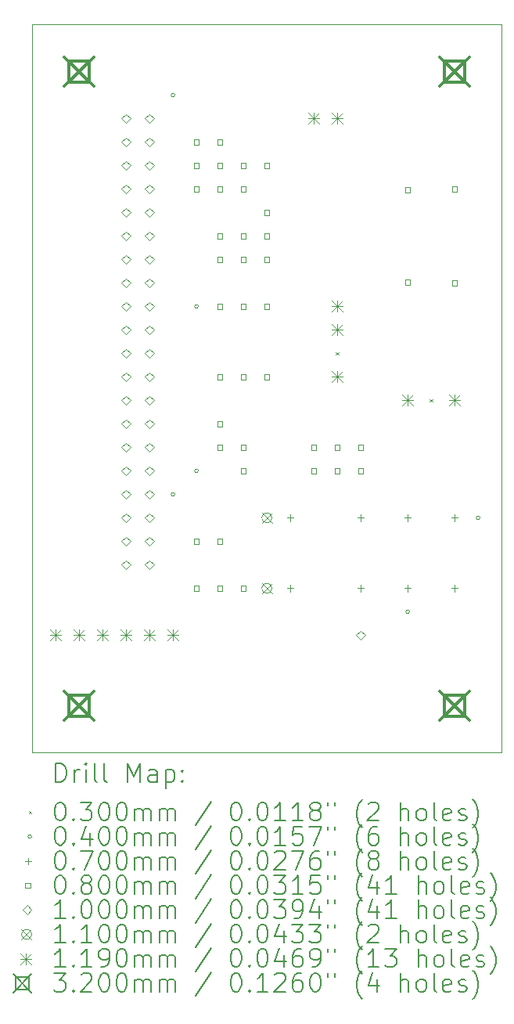
<source format=gbr>
%TF.GenerationSoftware,KiCad,Pcbnew,8.0.6*%
%TF.CreationDate,2025-01-17T11:29:10+01:00*%
%TF.ProjectId,TW39-mit-Powersave,54573339-2d6d-4697-942d-506f77657273,rev?*%
%TF.SameCoordinates,Original*%
%TF.FileFunction,Drillmap*%
%TF.FilePolarity,Positive*%
%FSLAX45Y45*%
G04 Gerber Fmt 4.5, Leading zero omitted, Abs format (unit mm)*
G04 Created by KiCad (PCBNEW 8.0.6) date 2025-01-17 11:29:10*
%MOMM*%
%LPD*%
G01*
G04 APERTURE LIST*
%ADD10C,0.100000*%
%ADD11C,0.200000*%
%ADD12C,0.110000*%
%ADD13C,0.119000*%
%ADD14C,0.320000*%
G04 APERTURE END LIST*
D10*
X10414000Y-5588000D02*
X15494000Y-5588000D01*
X15494000Y-13462000D01*
X10414000Y-13462000D01*
X10414000Y-5588000D01*
D11*
D10*
X13701000Y-9129000D02*
X13731000Y-9159000D01*
X13731000Y-9129000D02*
X13701000Y-9159000D01*
X14717000Y-9637000D02*
X14747000Y-9667000D01*
X14747000Y-9637000D02*
X14717000Y-9667000D01*
X11958000Y-6350000D02*
G75*
G02*
X11918000Y-6350000I-20000J0D01*
G01*
X11918000Y-6350000D02*
G75*
G02*
X11958000Y-6350000I20000J0D01*
G01*
X11958000Y-10668000D02*
G75*
G02*
X11918000Y-10668000I-20000J0D01*
G01*
X11918000Y-10668000D02*
G75*
G02*
X11958000Y-10668000I20000J0D01*
G01*
X12212000Y-8636000D02*
G75*
G02*
X12172000Y-8636000I-20000J0D01*
G01*
X12172000Y-8636000D02*
G75*
G02*
X12212000Y-8636000I20000J0D01*
G01*
X12212000Y-10414000D02*
G75*
G02*
X12172000Y-10414000I-20000J0D01*
G01*
X12172000Y-10414000D02*
G75*
G02*
X12212000Y-10414000I20000J0D01*
G01*
X14498000Y-11938000D02*
G75*
G02*
X14458000Y-11938000I-20000J0D01*
G01*
X14458000Y-11938000D02*
G75*
G02*
X14498000Y-11938000I20000J0D01*
G01*
X15260000Y-10922000D02*
G75*
G02*
X15220000Y-10922000I-20000J0D01*
G01*
X15220000Y-10922000D02*
G75*
G02*
X15260000Y-10922000I20000J0D01*
G01*
X13208000Y-10887000D02*
X13208000Y-10957000D01*
X13173000Y-10922000D02*
X13243000Y-10922000D01*
X13208000Y-11649000D02*
X13208000Y-11719000D01*
X13173000Y-11684000D02*
X13243000Y-11684000D01*
X13970000Y-10887000D02*
X13970000Y-10957000D01*
X13935000Y-10922000D02*
X14005000Y-10922000D01*
X13970000Y-11649000D02*
X13970000Y-11719000D01*
X13935000Y-11684000D02*
X14005000Y-11684000D01*
X14478000Y-10887000D02*
X14478000Y-10957000D01*
X14443000Y-10922000D02*
X14513000Y-10922000D01*
X14478000Y-11649000D02*
X14478000Y-11719000D01*
X14443000Y-11684000D02*
X14513000Y-11684000D01*
X14986000Y-10887000D02*
X14986000Y-10957000D01*
X14951000Y-10922000D02*
X15021000Y-10922000D01*
X14986000Y-11649000D02*
X14986000Y-11719000D01*
X14951000Y-11684000D02*
X15021000Y-11684000D01*
X12220284Y-6886284D02*
X12220284Y-6829715D01*
X12163715Y-6829715D01*
X12163715Y-6886284D01*
X12220284Y-6886284D01*
X12220284Y-7140284D02*
X12220284Y-7083715D01*
X12163715Y-7083715D01*
X12163715Y-7140284D01*
X12220284Y-7140284D01*
X12220284Y-7394284D02*
X12220284Y-7337715D01*
X12163715Y-7337715D01*
X12163715Y-7394284D01*
X12220284Y-7394284D01*
X12220284Y-11204284D02*
X12220284Y-11147716D01*
X12163715Y-11147716D01*
X12163715Y-11204284D01*
X12220284Y-11204284D01*
X12220284Y-11712284D02*
X12220284Y-11655715D01*
X12163715Y-11655715D01*
X12163715Y-11712284D01*
X12220284Y-11712284D01*
X12474284Y-6886284D02*
X12474284Y-6829715D01*
X12417715Y-6829715D01*
X12417715Y-6886284D01*
X12474284Y-6886284D01*
X12474284Y-7140284D02*
X12474284Y-7083715D01*
X12417715Y-7083715D01*
X12417715Y-7140284D01*
X12474284Y-7140284D01*
X12474284Y-7394284D02*
X12474284Y-7337715D01*
X12417715Y-7337715D01*
X12417715Y-7394284D01*
X12474284Y-7394284D01*
X12474284Y-7902284D02*
X12474284Y-7845715D01*
X12417715Y-7845715D01*
X12417715Y-7902284D01*
X12474284Y-7902284D01*
X12474284Y-8156284D02*
X12474284Y-8099715D01*
X12417715Y-8099715D01*
X12417715Y-8156284D01*
X12474284Y-8156284D01*
X12474284Y-8664285D02*
X12474284Y-8607716D01*
X12417715Y-8607716D01*
X12417715Y-8664285D01*
X12474284Y-8664285D01*
X12474284Y-9426285D02*
X12474284Y-9369716D01*
X12417715Y-9369716D01*
X12417715Y-9426285D01*
X12474284Y-9426285D01*
X12474284Y-9934285D02*
X12474284Y-9877716D01*
X12417715Y-9877716D01*
X12417715Y-9934285D01*
X12474284Y-9934285D01*
X12474284Y-10188285D02*
X12474284Y-10131716D01*
X12417715Y-10131716D01*
X12417715Y-10188285D01*
X12474284Y-10188285D01*
X12474284Y-11204284D02*
X12474284Y-11147716D01*
X12417715Y-11147716D01*
X12417715Y-11204284D01*
X12474284Y-11204284D01*
X12474284Y-11712284D02*
X12474284Y-11655715D01*
X12417715Y-11655715D01*
X12417715Y-11712284D01*
X12474284Y-11712284D01*
X12728284Y-7140284D02*
X12728284Y-7083715D01*
X12671715Y-7083715D01*
X12671715Y-7140284D01*
X12728284Y-7140284D01*
X12728284Y-7394284D02*
X12728284Y-7337715D01*
X12671715Y-7337715D01*
X12671715Y-7394284D01*
X12728284Y-7394284D01*
X12728284Y-7902284D02*
X12728284Y-7845715D01*
X12671715Y-7845715D01*
X12671715Y-7902284D01*
X12728284Y-7902284D01*
X12728284Y-8156284D02*
X12728284Y-8099715D01*
X12671715Y-8099715D01*
X12671715Y-8156284D01*
X12728284Y-8156284D01*
X12728284Y-8664285D02*
X12728284Y-8607716D01*
X12671715Y-8607716D01*
X12671715Y-8664285D01*
X12728284Y-8664285D01*
X12728284Y-9426285D02*
X12728284Y-9369716D01*
X12671715Y-9369716D01*
X12671715Y-9426285D01*
X12728284Y-9426285D01*
X12728284Y-10188285D02*
X12728284Y-10131716D01*
X12671715Y-10131716D01*
X12671715Y-10188285D01*
X12728284Y-10188285D01*
X12728284Y-10442285D02*
X12728284Y-10385716D01*
X12671715Y-10385716D01*
X12671715Y-10442285D01*
X12728284Y-10442285D01*
X12728284Y-11712284D02*
X12728284Y-11655715D01*
X12671715Y-11655715D01*
X12671715Y-11712284D01*
X12728284Y-11712284D01*
X12982284Y-7140284D02*
X12982284Y-7083715D01*
X12925715Y-7083715D01*
X12925715Y-7140284D01*
X12982284Y-7140284D01*
X12982284Y-7648284D02*
X12982284Y-7591715D01*
X12925715Y-7591715D01*
X12925715Y-7648284D01*
X12982284Y-7648284D01*
X12982284Y-7902284D02*
X12982284Y-7845715D01*
X12925715Y-7845715D01*
X12925715Y-7902284D01*
X12982284Y-7902284D01*
X12982284Y-8156284D02*
X12982284Y-8099715D01*
X12925715Y-8099715D01*
X12925715Y-8156284D01*
X12982284Y-8156284D01*
X12982284Y-8664285D02*
X12982284Y-8607716D01*
X12925715Y-8607716D01*
X12925715Y-8664285D01*
X12982284Y-8664285D01*
X12982284Y-9426285D02*
X12982284Y-9369716D01*
X12925715Y-9369716D01*
X12925715Y-9426285D01*
X12982284Y-9426285D01*
X13490284Y-10188285D02*
X13490284Y-10131716D01*
X13433715Y-10131716D01*
X13433715Y-10188285D01*
X13490284Y-10188285D01*
X13490284Y-10442285D02*
X13490284Y-10385716D01*
X13433715Y-10385716D01*
X13433715Y-10442285D01*
X13490284Y-10442285D01*
X13744284Y-10188285D02*
X13744284Y-10131716D01*
X13687715Y-10131716D01*
X13687715Y-10188285D01*
X13744284Y-10188285D01*
X13744284Y-10442285D02*
X13744284Y-10385716D01*
X13687715Y-10385716D01*
X13687715Y-10442285D01*
X13744284Y-10442285D01*
X13998284Y-10188285D02*
X13998284Y-10131716D01*
X13941715Y-10131716D01*
X13941715Y-10188285D01*
X13998284Y-10188285D01*
X13998284Y-10442285D02*
X13998284Y-10385716D01*
X13941715Y-10385716D01*
X13941715Y-10442285D01*
X13998284Y-10442285D01*
X14506284Y-7402284D02*
X14506284Y-7345715D01*
X14449715Y-7345715D01*
X14449715Y-7402284D01*
X14506284Y-7402284D01*
X14506284Y-8402285D02*
X14506284Y-8345715D01*
X14449715Y-8345715D01*
X14449715Y-8402285D01*
X14506284Y-8402285D01*
X15014284Y-7394284D02*
X15014284Y-7337715D01*
X14957715Y-7337715D01*
X14957715Y-7394284D01*
X15014284Y-7394284D01*
X15014284Y-8410285D02*
X15014284Y-8353715D01*
X14957715Y-8353715D01*
X14957715Y-8410285D01*
X15014284Y-8410285D01*
X11430000Y-6654000D02*
X11480000Y-6604000D01*
X11430000Y-6554000D01*
X11380000Y-6604000D01*
X11430000Y-6654000D01*
X11430000Y-6908000D02*
X11480000Y-6858000D01*
X11430000Y-6808000D01*
X11380000Y-6858000D01*
X11430000Y-6908000D01*
X11430000Y-7162000D02*
X11480000Y-7112000D01*
X11430000Y-7062000D01*
X11380000Y-7112000D01*
X11430000Y-7162000D01*
X11430000Y-7416000D02*
X11480000Y-7366000D01*
X11430000Y-7316000D01*
X11380000Y-7366000D01*
X11430000Y-7416000D01*
X11430000Y-7670000D02*
X11480000Y-7620000D01*
X11430000Y-7570000D01*
X11380000Y-7620000D01*
X11430000Y-7670000D01*
X11430000Y-7924000D02*
X11480000Y-7874000D01*
X11430000Y-7824000D01*
X11380000Y-7874000D01*
X11430000Y-7924000D01*
X11430000Y-8178000D02*
X11480000Y-8128000D01*
X11430000Y-8078000D01*
X11380000Y-8128000D01*
X11430000Y-8178000D01*
X11430000Y-8432000D02*
X11480000Y-8382000D01*
X11430000Y-8332000D01*
X11380000Y-8382000D01*
X11430000Y-8432000D01*
X11430000Y-8686000D02*
X11480000Y-8636000D01*
X11430000Y-8586000D01*
X11380000Y-8636000D01*
X11430000Y-8686000D01*
X11430000Y-8940000D02*
X11480000Y-8890000D01*
X11430000Y-8840000D01*
X11380000Y-8890000D01*
X11430000Y-8940000D01*
X11430000Y-9194000D02*
X11480000Y-9144000D01*
X11430000Y-9094000D01*
X11380000Y-9144000D01*
X11430000Y-9194000D01*
X11430000Y-9448000D02*
X11480000Y-9398000D01*
X11430000Y-9348000D01*
X11380000Y-9398000D01*
X11430000Y-9448000D01*
X11430000Y-9702000D02*
X11480000Y-9652000D01*
X11430000Y-9602000D01*
X11380000Y-9652000D01*
X11430000Y-9702000D01*
X11430000Y-9956000D02*
X11480000Y-9906000D01*
X11430000Y-9856000D01*
X11380000Y-9906000D01*
X11430000Y-9956000D01*
X11430000Y-10210000D02*
X11480000Y-10160000D01*
X11430000Y-10110000D01*
X11380000Y-10160000D01*
X11430000Y-10210000D01*
X11430000Y-10464000D02*
X11480000Y-10414000D01*
X11430000Y-10364000D01*
X11380000Y-10414000D01*
X11430000Y-10464000D01*
X11430000Y-10718000D02*
X11480000Y-10668000D01*
X11430000Y-10618000D01*
X11380000Y-10668000D01*
X11430000Y-10718000D01*
X11430000Y-10972000D02*
X11480000Y-10922000D01*
X11430000Y-10872000D01*
X11380000Y-10922000D01*
X11430000Y-10972000D01*
X11430000Y-11226000D02*
X11480000Y-11176000D01*
X11430000Y-11126000D01*
X11380000Y-11176000D01*
X11430000Y-11226000D01*
X11430000Y-11480000D02*
X11480000Y-11430000D01*
X11430000Y-11380000D01*
X11380000Y-11430000D01*
X11430000Y-11480000D01*
X11684000Y-6654000D02*
X11734000Y-6604000D01*
X11684000Y-6554000D01*
X11634000Y-6604000D01*
X11684000Y-6654000D01*
X11684000Y-6908000D02*
X11734000Y-6858000D01*
X11684000Y-6808000D01*
X11634000Y-6858000D01*
X11684000Y-6908000D01*
X11684000Y-7162000D02*
X11734000Y-7112000D01*
X11684000Y-7062000D01*
X11634000Y-7112000D01*
X11684000Y-7162000D01*
X11684000Y-7416000D02*
X11734000Y-7366000D01*
X11684000Y-7316000D01*
X11634000Y-7366000D01*
X11684000Y-7416000D01*
X11684000Y-7670000D02*
X11734000Y-7620000D01*
X11684000Y-7570000D01*
X11634000Y-7620000D01*
X11684000Y-7670000D01*
X11684000Y-7924000D02*
X11734000Y-7874000D01*
X11684000Y-7824000D01*
X11634000Y-7874000D01*
X11684000Y-7924000D01*
X11684000Y-8178000D02*
X11734000Y-8128000D01*
X11684000Y-8078000D01*
X11634000Y-8128000D01*
X11684000Y-8178000D01*
X11684000Y-8432000D02*
X11734000Y-8382000D01*
X11684000Y-8332000D01*
X11634000Y-8382000D01*
X11684000Y-8432000D01*
X11684000Y-8686000D02*
X11734000Y-8636000D01*
X11684000Y-8586000D01*
X11634000Y-8636000D01*
X11684000Y-8686000D01*
X11684000Y-8940000D02*
X11734000Y-8890000D01*
X11684000Y-8840000D01*
X11634000Y-8890000D01*
X11684000Y-8940000D01*
X11684000Y-9194000D02*
X11734000Y-9144000D01*
X11684000Y-9094000D01*
X11634000Y-9144000D01*
X11684000Y-9194000D01*
X11684000Y-9448000D02*
X11734000Y-9398000D01*
X11684000Y-9348000D01*
X11634000Y-9398000D01*
X11684000Y-9448000D01*
X11684000Y-9702000D02*
X11734000Y-9652000D01*
X11684000Y-9602000D01*
X11634000Y-9652000D01*
X11684000Y-9702000D01*
X11684000Y-9956000D02*
X11734000Y-9906000D01*
X11684000Y-9856000D01*
X11634000Y-9906000D01*
X11684000Y-9956000D01*
X11684000Y-10210000D02*
X11734000Y-10160000D01*
X11684000Y-10110000D01*
X11634000Y-10160000D01*
X11684000Y-10210000D01*
X11684000Y-10464000D02*
X11734000Y-10414000D01*
X11684000Y-10364000D01*
X11634000Y-10414000D01*
X11684000Y-10464000D01*
X11684000Y-10718000D02*
X11734000Y-10668000D01*
X11684000Y-10618000D01*
X11634000Y-10668000D01*
X11684000Y-10718000D01*
X11684000Y-10972000D02*
X11734000Y-10922000D01*
X11684000Y-10872000D01*
X11634000Y-10922000D01*
X11684000Y-10972000D01*
X11684000Y-11226000D02*
X11734000Y-11176000D01*
X11684000Y-11126000D01*
X11634000Y-11176000D01*
X11684000Y-11226000D01*
X11684000Y-11480000D02*
X11734000Y-11430000D01*
X11684000Y-11380000D01*
X11634000Y-11430000D01*
X11684000Y-11480000D01*
X13970000Y-12242000D02*
X14020000Y-12192000D01*
X13970000Y-12142000D01*
X13920000Y-12192000D01*
X13970000Y-12242000D01*
D12*
X12899000Y-10867000D02*
X13009000Y-10977000D01*
X13009000Y-10867000D02*
X12899000Y-10977000D01*
X13009000Y-10922000D02*
G75*
G02*
X12899000Y-10922000I-55000J0D01*
G01*
X12899000Y-10922000D02*
G75*
G02*
X13009000Y-10922000I55000J0D01*
G01*
X12899000Y-11629000D02*
X13009000Y-11739000D01*
X13009000Y-11629000D02*
X12899000Y-11739000D01*
X13009000Y-11684000D02*
G75*
G02*
X12899000Y-11684000I-55000J0D01*
G01*
X12899000Y-11684000D02*
G75*
G02*
X13009000Y-11684000I55000J0D01*
G01*
D13*
X10608500Y-12132500D02*
X10727500Y-12251500D01*
X10727500Y-12132500D02*
X10608500Y-12251500D01*
X10668000Y-12132500D02*
X10668000Y-12251500D01*
X10608500Y-12192000D02*
X10727500Y-12192000D01*
X10862500Y-12132500D02*
X10981500Y-12251500D01*
X10981500Y-12132500D02*
X10862500Y-12251500D01*
X10922000Y-12132500D02*
X10922000Y-12251500D01*
X10862500Y-12192000D02*
X10981500Y-12192000D01*
X11116500Y-12132500D02*
X11235500Y-12251500D01*
X11235500Y-12132500D02*
X11116500Y-12251500D01*
X11176000Y-12132500D02*
X11176000Y-12251500D01*
X11116500Y-12192000D02*
X11235500Y-12192000D01*
X11370500Y-12132500D02*
X11489500Y-12251500D01*
X11489500Y-12132500D02*
X11370500Y-12251500D01*
X11430000Y-12132500D02*
X11430000Y-12251500D01*
X11370500Y-12192000D02*
X11489500Y-12192000D01*
X11624500Y-12132500D02*
X11743500Y-12251500D01*
X11743500Y-12132500D02*
X11624500Y-12251500D01*
X11684000Y-12132500D02*
X11684000Y-12251500D01*
X11624500Y-12192000D02*
X11743500Y-12192000D01*
X11878500Y-12132500D02*
X11997500Y-12251500D01*
X11997500Y-12132500D02*
X11878500Y-12251500D01*
X11938000Y-12132500D02*
X11938000Y-12251500D01*
X11878500Y-12192000D02*
X11997500Y-12192000D01*
X13402500Y-6544500D02*
X13521500Y-6663500D01*
X13521500Y-6544500D02*
X13402500Y-6663500D01*
X13462000Y-6544500D02*
X13462000Y-6663500D01*
X13402500Y-6604000D02*
X13521500Y-6604000D01*
X13656500Y-6544500D02*
X13775500Y-6663500D01*
X13775500Y-6544500D02*
X13656500Y-6663500D01*
X13716000Y-6544500D02*
X13716000Y-6663500D01*
X13656500Y-6604000D02*
X13775500Y-6604000D01*
X13656500Y-8576500D02*
X13775500Y-8695500D01*
X13775500Y-8576500D02*
X13656500Y-8695500D01*
X13716000Y-8576500D02*
X13716000Y-8695500D01*
X13656500Y-8636000D02*
X13775500Y-8636000D01*
X13656500Y-8830500D02*
X13775500Y-8949500D01*
X13775500Y-8830500D02*
X13656500Y-8949500D01*
X13716000Y-8830500D02*
X13716000Y-8949500D01*
X13656500Y-8890000D02*
X13775500Y-8890000D01*
X13656500Y-9338500D02*
X13775500Y-9457500D01*
X13775500Y-9338500D02*
X13656500Y-9457500D01*
X13716000Y-9338500D02*
X13716000Y-9457500D01*
X13656500Y-9398000D02*
X13775500Y-9398000D01*
X14418500Y-9592500D02*
X14537500Y-9711500D01*
X14537500Y-9592500D02*
X14418500Y-9711500D01*
X14478000Y-9592500D02*
X14478000Y-9711500D01*
X14418500Y-9652000D02*
X14537500Y-9652000D01*
X14926500Y-9592500D02*
X15045500Y-9711500D01*
X15045500Y-9592500D02*
X14926500Y-9711500D01*
X14986000Y-9592500D02*
X14986000Y-9711500D01*
X14926500Y-9652000D02*
X15045500Y-9652000D01*
D14*
X10762000Y-5936000D02*
X11082000Y-6256000D01*
X11082000Y-5936000D02*
X10762000Y-6256000D01*
X11035138Y-6209138D02*
X11035138Y-5982862D01*
X10808862Y-5982862D01*
X10808862Y-6209138D01*
X11035138Y-6209138D01*
X10762000Y-12794000D02*
X11082000Y-13114000D01*
X11082000Y-12794000D02*
X10762000Y-13114000D01*
X11035138Y-13067138D02*
X11035138Y-12840862D01*
X10808862Y-12840862D01*
X10808862Y-13067138D01*
X11035138Y-13067138D01*
X14826000Y-5936000D02*
X15146000Y-6256000D01*
X15146000Y-5936000D02*
X14826000Y-6256000D01*
X15099138Y-6209138D02*
X15099138Y-5982862D01*
X14872862Y-5982862D01*
X14872862Y-6209138D01*
X15099138Y-6209138D01*
X14826000Y-12794000D02*
X15146000Y-13114000D01*
X15146000Y-12794000D02*
X14826000Y-13114000D01*
X15099138Y-13067138D02*
X15099138Y-12840862D01*
X14872862Y-12840862D01*
X14872862Y-13067138D01*
X15099138Y-13067138D01*
D11*
X10669777Y-13778484D02*
X10669777Y-13578484D01*
X10669777Y-13578484D02*
X10717396Y-13578484D01*
X10717396Y-13578484D02*
X10745967Y-13588008D01*
X10745967Y-13588008D02*
X10765015Y-13607055D01*
X10765015Y-13607055D02*
X10774539Y-13626103D01*
X10774539Y-13626103D02*
X10784063Y-13664198D01*
X10784063Y-13664198D02*
X10784063Y-13692769D01*
X10784063Y-13692769D02*
X10774539Y-13730865D01*
X10774539Y-13730865D02*
X10765015Y-13749912D01*
X10765015Y-13749912D02*
X10745967Y-13768960D01*
X10745967Y-13768960D02*
X10717396Y-13778484D01*
X10717396Y-13778484D02*
X10669777Y-13778484D01*
X10869777Y-13778484D02*
X10869777Y-13645150D01*
X10869777Y-13683246D02*
X10879301Y-13664198D01*
X10879301Y-13664198D02*
X10888824Y-13654674D01*
X10888824Y-13654674D02*
X10907872Y-13645150D01*
X10907872Y-13645150D02*
X10926920Y-13645150D01*
X10993586Y-13778484D02*
X10993586Y-13645150D01*
X10993586Y-13578484D02*
X10984063Y-13588008D01*
X10984063Y-13588008D02*
X10993586Y-13597531D01*
X10993586Y-13597531D02*
X11003110Y-13588008D01*
X11003110Y-13588008D02*
X10993586Y-13578484D01*
X10993586Y-13578484D02*
X10993586Y-13597531D01*
X11117396Y-13778484D02*
X11098348Y-13768960D01*
X11098348Y-13768960D02*
X11088824Y-13749912D01*
X11088824Y-13749912D02*
X11088824Y-13578484D01*
X11222158Y-13778484D02*
X11203110Y-13768960D01*
X11203110Y-13768960D02*
X11193586Y-13749912D01*
X11193586Y-13749912D02*
X11193586Y-13578484D01*
X11450729Y-13778484D02*
X11450729Y-13578484D01*
X11450729Y-13578484D02*
X11517396Y-13721341D01*
X11517396Y-13721341D02*
X11584062Y-13578484D01*
X11584062Y-13578484D02*
X11584062Y-13778484D01*
X11765015Y-13778484D02*
X11765015Y-13673722D01*
X11765015Y-13673722D02*
X11755491Y-13654674D01*
X11755491Y-13654674D02*
X11736443Y-13645150D01*
X11736443Y-13645150D02*
X11698348Y-13645150D01*
X11698348Y-13645150D02*
X11679301Y-13654674D01*
X11765015Y-13768960D02*
X11745967Y-13778484D01*
X11745967Y-13778484D02*
X11698348Y-13778484D01*
X11698348Y-13778484D02*
X11679301Y-13768960D01*
X11679301Y-13768960D02*
X11669777Y-13749912D01*
X11669777Y-13749912D02*
X11669777Y-13730865D01*
X11669777Y-13730865D02*
X11679301Y-13711817D01*
X11679301Y-13711817D02*
X11698348Y-13702293D01*
X11698348Y-13702293D02*
X11745967Y-13702293D01*
X11745967Y-13702293D02*
X11765015Y-13692769D01*
X11860253Y-13645150D02*
X11860253Y-13845150D01*
X11860253Y-13654674D02*
X11879301Y-13645150D01*
X11879301Y-13645150D02*
X11917396Y-13645150D01*
X11917396Y-13645150D02*
X11936443Y-13654674D01*
X11936443Y-13654674D02*
X11945967Y-13664198D01*
X11945967Y-13664198D02*
X11955491Y-13683246D01*
X11955491Y-13683246D02*
X11955491Y-13740388D01*
X11955491Y-13740388D02*
X11945967Y-13759436D01*
X11945967Y-13759436D02*
X11936443Y-13768960D01*
X11936443Y-13768960D02*
X11917396Y-13778484D01*
X11917396Y-13778484D02*
X11879301Y-13778484D01*
X11879301Y-13778484D02*
X11860253Y-13768960D01*
X12041205Y-13759436D02*
X12050729Y-13768960D01*
X12050729Y-13768960D02*
X12041205Y-13778484D01*
X12041205Y-13778484D02*
X12031682Y-13768960D01*
X12031682Y-13768960D02*
X12041205Y-13759436D01*
X12041205Y-13759436D02*
X12041205Y-13778484D01*
X12041205Y-13654674D02*
X12050729Y-13664198D01*
X12050729Y-13664198D02*
X12041205Y-13673722D01*
X12041205Y-13673722D02*
X12031682Y-13664198D01*
X12031682Y-13664198D02*
X12041205Y-13654674D01*
X12041205Y-13654674D02*
X12041205Y-13673722D01*
D10*
X10379000Y-14092000D02*
X10409000Y-14122000D01*
X10409000Y-14092000D02*
X10379000Y-14122000D01*
D11*
X10707872Y-13998484D02*
X10726920Y-13998484D01*
X10726920Y-13998484D02*
X10745967Y-14008008D01*
X10745967Y-14008008D02*
X10755491Y-14017531D01*
X10755491Y-14017531D02*
X10765015Y-14036579D01*
X10765015Y-14036579D02*
X10774539Y-14074674D01*
X10774539Y-14074674D02*
X10774539Y-14122293D01*
X10774539Y-14122293D02*
X10765015Y-14160388D01*
X10765015Y-14160388D02*
X10755491Y-14179436D01*
X10755491Y-14179436D02*
X10745967Y-14188960D01*
X10745967Y-14188960D02*
X10726920Y-14198484D01*
X10726920Y-14198484D02*
X10707872Y-14198484D01*
X10707872Y-14198484D02*
X10688824Y-14188960D01*
X10688824Y-14188960D02*
X10679301Y-14179436D01*
X10679301Y-14179436D02*
X10669777Y-14160388D01*
X10669777Y-14160388D02*
X10660253Y-14122293D01*
X10660253Y-14122293D02*
X10660253Y-14074674D01*
X10660253Y-14074674D02*
X10669777Y-14036579D01*
X10669777Y-14036579D02*
X10679301Y-14017531D01*
X10679301Y-14017531D02*
X10688824Y-14008008D01*
X10688824Y-14008008D02*
X10707872Y-13998484D01*
X10860253Y-14179436D02*
X10869777Y-14188960D01*
X10869777Y-14188960D02*
X10860253Y-14198484D01*
X10860253Y-14198484D02*
X10850729Y-14188960D01*
X10850729Y-14188960D02*
X10860253Y-14179436D01*
X10860253Y-14179436D02*
X10860253Y-14198484D01*
X10936444Y-13998484D02*
X11060253Y-13998484D01*
X11060253Y-13998484D02*
X10993586Y-14074674D01*
X10993586Y-14074674D02*
X11022158Y-14074674D01*
X11022158Y-14074674D02*
X11041205Y-14084198D01*
X11041205Y-14084198D02*
X11050729Y-14093722D01*
X11050729Y-14093722D02*
X11060253Y-14112769D01*
X11060253Y-14112769D02*
X11060253Y-14160388D01*
X11060253Y-14160388D02*
X11050729Y-14179436D01*
X11050729Y-14179436D02*
X11041205Y-14188960D01*
X11041205Y-14188960D02*
X11022158Y-14198484D01*
X11022158Y-14198484D02*
X10965015Y-14198484D01*
X10965015Y-14198484D02*
X10945967Y-14188960D01*
X10945967Y-14188960D02*
X10936444Y-14179436D01*
X11184063Y-13998484D02*
X11203110Y-13998484D01*
X11203110Y-13998484D02*
X11222158Y-14008008D01*
X11222158Y-14008008D02*
X11231682Y-14017531D01*
X11231682Y-14017531D02*
X11241205Y-14036579D01*
X11241205Y-14036579D02*
X11250729Y-14074674D01*
X11250729Y-14074674D02*
X11250729Y-14122293D01*
X11250729Y-14122293D02*
X11241205Y-14160388D01*
X11241205Y-14160388D02*
X11231682Y-14179436D01*
X11231682Y-14179436D02*
X11222158Y-14188960D01*
X11222158Y-14188960D02*
X11203110Y-14198484D01*
X11203110Y-14198484D02*
X11184063Y-14198484D01*
X11184063Y-14198484D02*
X11165015Y-14188960D01*
X11165015Y-14188960D02*
X11155491Y-14179436D01*
X11155491Y-14179436D02*
X11145967Y-14160388D01*
X11145967Y-14160388D02*
X11136444Y-14122293D01*
X11136444Y-14122293D02*
X11136444Y-14074674D01*
X11136444Y-14074674D02*
X11145967Y-14036579D01*
X11145967Y-14036579D02*
X11155491Y-14017531D01*
X11155491Y-14017531D02*
X11165015Y-14008008D01*
X11165015Y-14008008D02*
X11184063Y-13998484D01*
X11374539Y-13998484D02*
X11393586Y-13998484D01*
X11393586Y-13998484D02*
X11412634Y-14008008D01*
X11412634Y-14008008D02*
X11422158Y-14017531D01*
X11422158Y-14017531D02*
X11431682Y-14036579D01*
X11431682Y-14036579D02*
X11441205Y-14074674D01*
X11441205Y-14074674D02*
X11441205Y-14122293D01*
X11441205Y-14122293D02*
X11431682Y-14160388D01*
X11431682Y-14160388D02*
X11422158Y-14179436D01*
X11422158Y-14179436D02*
X11412634Y-14188960D01*
X11412634Y-14188960D02*
X11393586Y-14198484D01*
X11393586Y-14198484D02*
X11374539Y-14198484D01*
X11374539Y-14198484D02*
X11355491Y-14188960D01*
X11355491Y-14188960D02*
X11345967Y-14179436D01*
X11345967Y-14179436D02*
X11336443Y-14160388D01*
X11336443Y-14160388D02*
X11326920Y-14122293D01*
X11326920Y-14122293D02*
X11326920Y-14074674D01*
X11326920Y-14074674D02*
X11336443Y-14036579D01*
X11336443Y-14036579D02*
X11345967Y-14017531D01*
X11345967Y-14017531D02*
X11355491Y-14008008D01*
X11355491Y-14008008D02*
X11374539Y-13998484D01*
X11526920Y-14198484D02*
X11526920Y-14065150D01*
X11526920Y-14084198D02*
X11536443Y-14074674D01*
X11536443Y-14074674D02*
X11555491Y-14065150D01*
X11555491Y-14065150D02*
X11584063Y-14065150D01*
X11584063Y-14065150D02*
X11603110Y-14074674D01*
X11603110Y-14074674D02*
X11612634Y-14093722D01*
X11612634Y-14093722D02*
X11612634Y-14198484D01*
X11612634Y-14093722D02*
X11622158Y-14074674D01*
X11622158Y-14074674D02*
X11641205Y-14065150D01*
X11641205Y-14065150D02*
X11669777Y-14065150D01*
X11669777Y-14065150D02*
X11688824Y-14074674D01*
X11688824Y-14074674D02*
X11698348Y-14093722D01*
X11698348Y-14093722D02*
X11698348Y-14198484D01*
X11793586Y-14198484D02*
X11793586Y-14065150D01*
X11793586Y-14084198D02*
X11803110Y-14074674D01*
X11803110Y-14074674D02*
X11822158Y-14065150D01*
X11822158Y-14065150D02*
X11850729Y-14065150D01*
X11850729Y-14065150D02*
X11869777Y-14074674D01*
X11869777Y-14074674D02*
X11879301Y-14093722D01*
X11879301Y-14093722D02*
X11879301Y-14198484D01*
X11879301Y-14093722D02*
X11888824Y-14074674D01*
X11888824Y-14074674D02*
X11907872Y-14065150D01*
X11907872Y-14065150D02*
X11936443Y-14065150D01*
X11936443Y-14065150D02*
X11955491Y-14074674D01*
X11955491Y-14074674D02*
X11965015Y-14093722D01*
X11965015Y-14093722D02*
X11965015Y-14198484D01*
X12355491Y-13988960D02*
X12184063Y-14246103D01*
X12612634Y-13998484D02*
X12631682Y-13998484D01*
X12631682Y-13998484D02*
X12650729Y-14008008D01*
X12650729Y-14008008D02*
X12660253Y-14017531D01*
X12660253Y-14017531D02*
X12669777Y-14036579D01*
X12669777Y-14036579D02*
X12679301Y-14074674D01*
X12679301Y-14074674D02*
X12679301Y-14122293D01*
X12679301Y-14122293D02*
X12669777Y-14160388D01*
X12669777Y-14160388D02*
X12660253Y-14179436D01*
X12660253Y-14179436D02*
X12650729Y-14188960D01*
X12650729Y-14188960D02*
X12631682Y-14198484D01*
X12631682Y-14198484D02*
X12612634Y-14198484D01*
X12612634Y-14198484D02*
X12593586Y-14188960D01*
X12593586Y-14188960D02*
X12584063Y-14179436D01*
X12584063Y-14179436D02*
X12574539Y-14160388D01*
X12574539Y-14160388D02*
X12565015Y-14122293D01*
X12565015Y-14122293D02*
X12565015Y-14074674D01*
X12565015Y-14074674D02*
X12574539Y-14036579D01*
X12574539Y-14036579D02*
X12584063Y-14017531D01*
X12584063Y-14017531D02*
X12593586Y-14008008D01*
X12593586Y-14008008D02*
X12612634Y-13998484D01*
X12765015Y-14179436D02*
X12774539Y-14188960D01*
X12774539Y-14188960D02*
X12765015Y-14198484D01*
X12765015Y-14198484D02*
X12755491Y-14188960D01*
X12755491Y-14188960D02*
X12765015Y-14179436D01*
X12765015Y-14179436D02*
X12765015Y-14198484D01*
X12898348Y-13998484D02*
X12917396Y-13998484D01*
X12917396Y-13998484D02*
X12936444Y-14008008D01*
X12936444Y-14008008D02*
X12945967Y-14017531D01*
X12945967Y-14017531D02*
X12955491Y-14036579D01*
X12955491Y-14036579D02*
X12965015Y-14074674D01*
X12965015Y-14074674D02*
X12965015Y-14122293D01*
X12965015Y-14122293D02*
X12955491Y-14160388D01*
X12955491Y-14160388D02*
X12945967Y-14179436D01*
X12945967Y-14179436D02*
X12936444Y-14188960D01*
X12936444Y-14188960D02*
X12917396Y-14198484D01*
X12917396Y-14198484D02*
X12898348Y-14198484D01*
X12898348Y-14198484D02*
X12879301Y-14188960D01*
X12879301Y-14188960D02*
X12869777Y-14179436D01*
X12869777Y-14179436D02*
X12860253Y-14160388D01*
X12860253Y-14160388D02*
X12850729Y-14122293D01*
X12850729Y-14122293D02*
X12850729Y-14074674D01*
X12850729Y-14074674D02*
X12860253Y-14036579D01*
X12860253Y-14036579D02*
X12869777Y-14017531D01*
X12869777Y-14017531D02*
X12879301Y-14008008D01*
X12879301Y-14008008D02*
X12898348Y-13998484D01*
X13155491Y-14198484D02*
X13041206Y-14198484D01*
X13098348Y-14198484D02*
X13098348Y-13998484D01*
X13098348Y-13998484D02*
X13079301Y-14027055D01*
X13079301Y-14027055D02*
X13060253Y-14046103D01*
X13060253Y-14046103D02*
X13041206Y-14055627D01*
X13345967Y-14198484D02*
X13231682Y-14198484D01*
X13288825Y-14198484D02*
X13288825Y-13998484D01*
X13288825Y-13998484D02*
X13269777Y-14027055D01*
X13269777Y-14027055D02*
X13250729Y-14046103D01*
X13250729Y-14046103D02*
X13231682Y-14055627D01*
X13460253Y-14084198D02*
X13441206Y-14074674D01*
X13441206Y-14074674D02*
X13431682Y-14065150D01*
X13431682Y-14065150D02*
X13422158Y-14046103D01*
X13422158Y-14046103D02*
X13422158Y-14036579D01*
X13422158Y-14036579D02*
X13431682Y-14017531D01*
X13431682Y-14017531D02*
X13441206Y-14008008D01*
X13441206Y-14008008D02*
X13460253Y-13998484D01*
X13460253Y-13998484D02*
X13498348Y-13998484D01*
X13498348Y-13998484D02*
X13517396Y-14008008D01*
X13517396Y-14008008D02*
X13526920Y-14017531D01*
X13526920Y-14017531D02*
X13536444Y-14036579D01*
X13536444Y-14036579D02*
X13536444Y-14046103D01*
X13536444Y-14046103D02*
X13526920Y-14065150D01*
X13526920Y-14065150D02*
X13517396Y-14074674D01*
X13517396Y-14074674D02*
X13498348Y-14084198D01*
X13498348Y-14084198D02*
X13460253Y-14084198D01*
X13460253Y-14084198D02*
X13441206Y-14093722D01*
X13441206Y-14093722D02*
X13431682Y-14103246D01*
X13431682Y-14103246D02*
X13422158Y-14122293D01*
X13422158Y-14122293D02*
X13422158Y-14160388D01*
X13422158Y-14160388D02*
X13431682Y-14179436D01*
X13431682Y-14179436D02*
X13441206Y-14188960D01*
X13441206Y-14188960D02*
X13460253Y-14198484D01*
X13460253Y-14198484D02*
X13498348Y-14198484D01*
X13498348Y-14198484D02*
X13517396Y-14188960D01*
X13517396Y-14188960D02*
X13526920Y-14179436D01*
X13526920Y-14179436D02*
X13536444Y-14160388D01*
X13536444Y-14160388D02*
X13536444Y-14122293D01*
X13536444Y-14122293D02*
X13526920Y-14103246D01*
X13526920Y-14103246D02*
X13517396Y-14093722D01*
X13517396Y-14093722D02*
X13498348Y-14084198D01*
X13612634Y-13998484D02*
X13612634Y-14036579D01*
X13688825Y-13998484D02*
X13688825Y-14036579D01*
X13984063Y-14274674D02*
X13974539Y-14265150D01*
X13974539Y-14265150D02*
X13955491Y-14236579D01*
X13955491Y-14236579D02*
X13945968Y-14217531D01*
X13945968Y-14217531D02*
X13936444Y-14188960D01*
X13936444Y-14188960D02*
X13926920Y-14141341D01*
X13926920Y-14141341D02*
X13926920Y-14103246D01*
X13926920Y-14103246D02*
X13936444Y-14055627D01*
X13936444Y-14055627D02*
X13945968Y-14027055D01*
X13945968Y-14027055D02*
X13955491Y-14008008D01*
X13955491Y-14008008D02*
X13974539Y-13979436D01*
X13974539Y-13979436D02*
X13984063Y-13969912D01*
X14050729Y-14017531D02*
X14060253Y-14008008D01*
X14060253Y-14008008D02*
X14079301Y-13998484D01*
X14079301Y-13998484D02*
X14126920Y-13998484D01*
X14126920Y-13998484D02*
X14145968Y-14008008D01*
X14145968Y-14008008D02*
X14155491Y-14017531D01*
X14155491Y-14017531D02*
X14165015Y-14036579D01*
X14165015Y-14036579D02*
X14165015Y-14055627D01*
X14165015Y-14055627D02*
X14155491Y-14084198D01*
X14155491Y-14084198D02*
X14041206Y-14198484D01*
X14041206Y-14198484D02*
X14165015Y-14198484D01*
X14403110Y-14198484D02*
X14403110Y-13998484D01*
X14488825Y-14198484D02*
X14488825Y-14093722D01*
X14488825Y-14093722D02*
X14479301Y-14074674D01*
X14479301Y-14074674D02*
X14460253Y-14065150D01*
X14460253Y-14065150D02*
X14431682Y-14065150D01*
X14431682Y-14065150D02*
X14412634Y-14074674D01*
X14412634Y-14074674D02*
X14403110Y-14084198D01*
X14612634Y-14198484D02*
X14593587Y-14188960D01*
X14593587Y-14188960D02*
X14584063Y-14179436D01*
X14584063Y-14179436D02*
X14574539Y-14160388D01*
X14574539Y-14160388D02*
X14574539Y-14103246D01*
X14574539Y-14103246D02*
X14584063Y-14084198D01*
X14584063Y-14084198D02*
X14593587Y-14074674D01*
X14593587Y-14074674D02*
X14612634Y-14065150D01*
X14612634Y-14065150D02*
X14641206Y-14065150D01*
X14641206Y-14065150D02*
X14660253Y-14074674D01*
X14660253Y-14074674D02*
X14669777Y-14084198D01*
X14669777Y-14084198D02*
X14679301Y-14103246D01*
X14679301Y-14103246D02*
X14679301Y-14160388D01*
X14679301Y-14160388D02*
X14669777Y-14179436D01*
X14669777Y-14179436D02*
X14660253Y-14188960D01*
X14660253Y-14188960D02*
X14641206Y-14198484D01*
X14641206Y-14198484D02*
X14612634Y-14198484D01*
X14793587Y-14198484D02*
X14774539Y-14188960D01*
X14774539Y-14188960D02*
X14765015Y-14169912D01*
X14765015Y-14169912D02*
X14765015Y-13998484D01*
X14945968Y-14188960D02*
X14926920Y-14198484D01*
X14926920Y-14198484D02*
X14888825Y-14198484D01*
X14888825Y-14198484D02*
X14869777Y-14188960D01*
X14869777Y-14188960D02*
X14860253Y-14169912D01*
X14860253Y-14169912D02*
X14860253Y-14093722D01*
X14860253Y-14093722D02*
X14869777Y-14074674D01*
X14869777Y-14074674D02*
X14888825Y-14065150D01*
X14888825Y-14065150D02*
X14926920Y-14065150D01*
X14926920Y-14065150D02*
X14945968Y-14074674D01*
X14945968Y-14074674D02*
X14955491Y-14093722D01*
X14955491Y-14093722D02*
X14955491Y-14112769D01*
X14955491Y-14112769D02*
X14860253Y-14131817D01*
X15031682Y-14188960D02*
X15050730Y-14198484D01*
X15050730Y-14198484D02*
X15088825Y-14198484D01*
X15088825Y-14198484D02*
X15107872Y-14188960D01*
X15107872Y-14188960D02*
X15117396Y-14169912D01*
X15117396Y-14169912D02*
X15117396Y-14160388D01*
X15117396Y-14160388D02*
X15107872Y-14141341D01*
X15107872Y-14141341D02*
X15088825Y-14131817D01*
X15088825Y-14131817D02*
X15060253Y-14131817D01*
X15060253Y-14131817D02*
X15041206Y-14122293D01*
X15041206Y-14122293D02*
X15031682Y-14103246D01*
X15031682Y-14103246D02*
X15031682Y-14093722D01*
X15031682Y-14093722D02*
X15041206Y-14074674D01*
X15041206Y-14074674D02*
X15060253Y-14065150D01*
X15060253Y-14065150D02*
X15088825Y-14065150D01*
X15088825Y-14065150D02*
X15107872Y-14074674D01*
X15184063Y-14274674D02*
X15193587Y-14265150D01*
X15193587Y-14265150D02*
X15212634Y-14236579D01*
X15212634Y-14236579D02*
X15222158Y-14217531D01*
X15222158Y-14217531D02*
X15231682Y-14188960D01*
X15231682Y-14188960D02*
X15241206Y-14141341D01*
X15241206Y-14141341D02*
X15241206Y-14103246D01*
X15241206Y-14103246D02*
X15231682Y-14055627D01*
X15231682Y-14055627D02*
X15222158Y-14027055D01*
X15222158Y-14027055D02*
X15212634Y-14008008D01*
X15212634Y-14008008D02*
X15193587Y-13979436D01*
X15193587Y-13979436D02*
X15184063Y-13969912D01*
D10*
X10409000Y-14371000D02*
G75*
G02*
X10369000Y-14371000I-20000J0D01*
G01*
X10369000Y-14371000D02*
G75*
G02*
X10409000Y-14371000I20000J0D01*
G01*
D11*
X10707872Y-14262484D02*
X10726920Y-14262484D01*
X10726920Y-14262484D02*
X10745967Y-14272008D01*
X10745967Y-14272008D02*
X10755491Y-14281531D01*
X10755491Y-14281531D02*
X10765015Y-14300579D01*
X10765015Y-14300579D02*
X10774539Y-14338674D01*
X10774539Y-14338674D02*
X10774539Y-14386293D01*
X10774539Y-14386293D02*
X10765015Y-14424388D01*
X10765015Y-14424388D02*
X10755491Y-14443436D01*
X10755491Y-14443436D02*
X10745967Y-14452960D01*
X10745967Y-14452960D02*
X10726920Y-14462484D01*
X10726920Y-14462484D02*
X10707872Y-14462484D01*
X10707872Y-14462484D02*
X10688824Y-14452960D01*
X10688824Y-14452960D02*
X10679301Y-14443436D01*
X10679301Y-14443436D02*
X10669777Y-14424388D01*
X10669777Y-14424388D02*
X10660253Y-14386293D01*
X10660253Y-14386293D02*
X10660253Y-14338674D01*
X10660253Y-14338674D02*
X10669777Y-14300579D01*
X10669777Y-14300579D02*
X10679301Y-14281531D01*
X10679301Y-14281531D02*
X10688824Y-14272008D01*
X10688824Y-14272008D02*
X10707872Y-14262484D01*
X10860253Y-14443436D02*
X10869777Y-14452960D01*
X10869777Y-14452960D02*
X10860253Y-14462484D01*
X10860253Y-14462484D02*
X10850729Y-14452960D01*
X10850729Y-14452960D02*
X10860253Y-14443436D01*
X10860253Y-14443436D02*
X10860253Y-14462484D01*
X11041205Y-14329150D02*
X11041205Y-14462484D01*
X10993586Y-14252960D02*
X10945967Y-14395817D01*
X10945967Y-14395817D02*
X11069777Y-14395817D01*
X11184063Y-14262484D02*
X11203110Y-14262484D01*
X11203110Y-14262484D02*
X11222158Y-14272008D01*
X11222158Y-14272008D02*
X11231682Y-14281531D01*
X11231682Y-14281531D02*
X11241205Y-14300579D01*
X11241205Y-14300579D02*
X11250729Y-14338674D01*
X11250729Y-14338674D02*
X11250729Y-14386293D01*
X11250729Y-14386293D02*
X11241205Y-14424388D01*
X11241205Y-14424388D02*
X11231682Y-14443436D01*
X11231682Y-14443436D02*
X11222158Y-14452960D01*
X11222158Y-14452960D02*
X11203110Y-14462484D01*
X11203110Y-14462484D02*
X11184063Y-14462484D01*
X11184063Y-14462484D02*
X11165015Y-14452960D01*
X11165015Y-14452960D02*
X11155491Y-14443436D01*
X11155491Y-14443436D02*
X11145967Y-14424388D01*
X11145967Y-14424388D02*
X11136444Y-14386293D01*
X11136444Y-14386293D02*
X11136444Y-14338674D01*
X11136444Y-14338674D02*
X11145967Y-14300579D01*
X11145967Y-14300579D02*
X11155491Y-14281531D01*
X11155491Y-14281531D02*
X11165015Y-14272008D01*
X11165015Y-14272008D02*
X11184063Y-14262484D01*
X11374539Y-14262484D02*
X11393586Y-14262484D01*
X11393586Y-14262484D02*
X11412634Y-14272008D01*
X11412634Y-14272008D02*
X11422158Y-14281531D01*
X11422158Y-14281531D02*
X11431682Y-14300579D01*
X11431682Y-14300579D02*
X11441205Y-14338674D01*
X11441205Y-14338674D02*
X11441205Y-14386293D01*
X11441205Y-14386293D02*
X11431682Y-14424388D01*
X11431682Y-14424388D02*
X11422158Y-14443436D01*
X11422158Y-14443436D02*
X11412634Y-14452960D01*
X11412634Y-14452960D02*
X11393586Y-14462484D01*
X11393586Y-14462484D02*
X11374539Y-14462484D01*
X11374539Y-14462484D02*
X11355491Y-14452960D01*
X11355491Y-14452960D02*
X11345967Y-14443436D01*
X11345967Y-14443436D02*
X11336443Y-14424388D01*
X11336443Y-14424388D02*
X11326920Y-14386293D01*
X11326920Y-14386293D02*
X11326920Y-14338674D01*
X11326920Y-14338674D02*
X11336443Y-14300579D01*
X11336443Y-14300579D02*
X11345967Y-14281531D01*
X11345967Y-14281531D02*
X11355491Y-14272008D01*
X11355491Y-14272008D02*
X11374539Y-14262484D01*
X11526920Y-14462484D02*
X11526920Y-14329150D01*
X11526920Y-14348198D02*
X11536443Y-14338674D01*
X11536443Y-14338674D02*
X11555491Y-14329150D01*
X11555491Y-14329150D02*
X11584063Y-14329150D01*
X11584063Y-14329150D02*
X11603110Y-14338674D01*
X11603110Y-14338674D02*
X11612634Y-14357722D01*
X11612634Y-14357722D02*
X11612634Y-14462484D01*
X11612634Y-14357722D02*
X11622158Y-14338674D01*
X11622158Y-14338674D02*
X11641205Y-14329150D01*
X11641205Y-14329150D02*
X11669777Y-14329150D01*
X11669777Y-14329150D02*
X11688824Y-14338674D01*
X11688824Y-14338674D02*
X11698348Y-14357722D01*
X11698348Y-14357722D02*
X11698348Y-14462484D01*
X11793586Y-14462484D02*
X11793586Y-14329150D01*
X11793586Y-14348198D02*
X11803110Y-14338674D01*
X11803110Y-14338674D02*
X11822158Y-14329150D01*
X11822158Y-14329150D02*
X11850729Y-14329150D01*
X11850729Y-14329150D02*
X11869777Y-14338674D01*
X11869777Y-14338674D02*
X11879301Y-14357722D01*
X11879301Y-14357722D02*
X11879301Y-14462484D01*
X11879301Y-14357722D02*
X11888824Y-14338674D01*
X11888824Y-14338674D02*
X11907872Y-14329150D01*
X11907872Y-14329150D02*
X11936443Y-14329150D01*
X11936443Y-14329150D02*
X11955491Y-14338674D01*
X11955491Y-14338674D02*
X11965015Y-14357722D01*
X11965015Y-14357722D02*
X11965015Y-14462484D01*
X12355491Y-14252960D02*
X12184063Y-14510103D01*
X12612634Y-14262484D02*
X12631682Y-14262484D01*
X12631682Y-14262484D02*
X12650729Y-14272008D01*
X12650729Y-14272008D02*
X12660253Y-14281531D01*
X12660253Y-14281531D02*
X12669777Y-14300579D01*
X12669777Y-14300579D02*
X12679301Y-14338674D01*
X12679301Y-14338674D02*
X12679301Y-14386293D01*
X12679301Y-14386293D02*
X12669777Y-14424388D01*
X12669777Y-14424388D02*
X12660253Y-14443436D01*
X12660253Y-14443436D02*
X12650729Y-14452960D01*
X12650729Y-14452960D02*
X12631682Y-14462484D01*
X12631682Y-14462484D02*
X12612634Y-14462484D01*
X12612634Y-14462484D02*
X12593586Y-14452960D01*
X12593586Y-14452960D02*
X12584063Y-14443436D01*
X12584063Y-14443436D02*
X12574539Y-14424388D01*
X12574539Y-14424388D02*
X12565015Y-14386293D01*
X12565015Y-14386293D02*
X12565015Y-14338674D01*
X12565015Y-14338674D02*
X12574539Y-14300579D01*
X12574539Y-14300579D02*
X12584063Y-14281531D01*
X12584063Y-14281531D02*
X12593586Y-14272008D01*
X12593586Y-14272008D02*
X12612634Y-14262484D01*
X12765015Y-14443436D02*
X12774539Y-14452960D01*
X12774539Y-14452960D02*
X12765015Y-14462484D01*
X12765015Y-14462484D02*
X12755491Y-14452960D01*
X12755491Y-14452960D02*
X12765015Y-14443436D01*
X12765015Y-14443436D02*
X12765015Y-14462484D01*
X12898348Y-14262484D02*
X12917396Y-14262484D01*
X12917396Y-14262484D02*
X12936444Y-14272008D01*
X12936444Y-14272008D02*
X12945967Y-14281531D01*
X12945967Y-14281531D02*
X12955491Y-14300579D01*
X12955491Y-14300579D02*
X12965015Y-14338674D01*
X12965015Y-14338674D02*
X12965015Y-14386293D01*
X12965015Y-14386293D02*
X12955491Y-14424388D01*
X12955491Y-14424388D02*
X12945967Y-14443436D01*
X12945967Y-14443436D02*
X12936444Y-14452960D01*
X12936444Y-14452960D02*
X12917396Y-14462484D01*
X12917396Y-14462484D02*
X12898348Y-14462484D01*
X12898348Y-14462484D02*
X12879301Y-14452960D01*
X12879301Y-14452960D02*
X12869777Y-14443436D01*
X12869777Y-14443436D02*
X12860253Y-14424388D01*
X12860253Y-14424388D02*
X12850729Y-14386293D01*
X12850729Y-14386293D02*
X12850729Y-14338674D01*
X12850729Y-14338674D02*
X12860253Y-14300579D01*
X12860253Y-14300579D02*
X12869777Y-14281531D01*
X12869777Y-14281531D02*
X12879301Y-14272008D01*
X12879301Y-14272008D02*
X12898348Y-14262484D01*
X13155491Y-14462484D02*
X13041206Y-14462484D01*
X13098348Y-14462484D02*
X13098348Y-14262484D01*
X13098348Y-14262484D02*
X13079301Y-14291055D01*
X13079301Y-14291055D02*
X13060253Y-14310103D01*
X13060253Y-14310103D02*
X13041206Y-14319627D01*
X13336444Y-14262484D02*
X13241206Y-14262484D01*
X13241206Y-14262484D02*
X13231682Y-14357722D01*
X13231682Y-14357722D02*
X13241206Y-14348198D01*
X13241206Y-14348198D02*
X13260253Y-14338674D01*
X13260253Y-14338674D02*
X13307872Y-14338674D01*
X13307872Y-14338674D02*
X13326920Y-14348198D01*
X13326920Y-14348198D02*
X13336444Y-14357722D01*
X13336444Y-14357722D02*
X13345967Y-14376769D01*
X13345967Y-14376769D02*
X13345967Y-14424388D01*
X13345967Y-14424388D02*
X13336444Y-14443436D01*
X13336444Y-14443436D02*
X13326920Y-14452960D01*
X13326920Y-14452960D02*
X13307872Y-14462484D01*
X13307872Y-14462484D02*
X13260253Y-14462484D01*
X13260253Y-14462484D02*
X13241206Y-14452960D01*
X13241206Y-14452960D02*
X13231682Y-14443436D01*
X13412634Y-14262484D02*
X13545967Y-14262484D01*
X13545967Y-14262484D02*
X13460253Y-14462484D01*
X13612634Y-14262484D02*
X13612634Y-14300579D01*
X13688825Y-14262484D02*
X13688825Y-14300579D01*
X13984063Y-14538674D02*
X13974539Y-14529150D01*
X13974539Y-14529150D02*
X13955491Y-14500579D01*
X13955491Y-14500579D02*
X13945968Y-14481531D01*
X13945968Y-14481531D02*
X13936444Y-14452960D01*
X13936444Y-14452960D02*
X13926920Y-14405341D01*
X13926920Y-14405341D02*
X13926920Y-14367246D01*
X13926920Y-14367246D02*
X13936444Y-14319627D01*
X13936444Y-14319627D02*
X13945968Y-14291055D01*
X13945968Y-14291055D02*
X13955491Y-14272008D01*
X13955491Y-14272008D02*
X13974539Y-14243436D01*
X13974539Y-14243436D02*
X13984063Y-14233912D01*
X14145968Y-14262484D02*
X14107872Y-14262484D01*
X14107872Y-14262484D02*
X14088825Y-14272008D01*
X14088825Y-14272008D02*
X14079301Y-14281531D01*
X14079301Y-14281531D02*
X14060253Y-14310103D01*
X14060253Y-14310103D02*
X14050729Y-14348198D01*
X14050729Y-14348198D02*
X14050729Y-14424388D01*
X14050729Y-14424388D02*
X14060253Y-14443436D01*
X14060253Y-14443436D02*
X14069777Y-14452960D01*
X14069777Y-14452960D02*
X14088825Y-14462484D01*
X14088825Y-14462484D02*
X14126920Y-14462484D01*
X14126920Y-14462484D02*
X14145968Y-14452960D01*
X14145968Y-14452960D02*
X14155491Y-14443436D01*
X14155491Y-14443436D02*
X14165015Y-14424388D01*
X14165015Y-14424388D02*
X14165015Y-14376769D01*
X14165015Y-14376769D02*
X14155491Y-14357722D01*
X14155491Y-14357722D02*
X14145968Y-14348198D01*
X14145968Y-14348198D02*
X14126920Y-14338674D01*
X14126920Y-14338674D02*
X14088825Y-14338674D01*
X14088825Y-14338674D02*
X14069777Y-14348198D01*
X14069777Y-14348198D02*
X14060253Y-14357722D01*
X14060253Y-14357722D02*
X14050729Y-14376769D01*
X14403110Y-14462484D02*
X14403110Y-14262484D01*
X14488825Y-14462484D02*
X14488825Y-14357722D01*
X14488825Y-14357722D02*
X14479301Y-14338674D01*
X14479301Y-14338674D02*
X14460253Y-14329150D01*
X14460253Y-14329150D02*
X14431682Y-14329150D01*
X14431682Y-14329150D02*
X14412634Y-14338674D01*
X14412634Y-14338674D02*
X14403110Y-14348198D01*
X14612634Y-14462484D02*
X14593587Y-14452960D01*
X14593587Y-14452960D02*
X14584063Y-14443436D01*
X14584063Y-14443436D02*
X14574539Y-14424388D01*
X14574539Y-14424388D02*
X14574539Y-14367246D01*
X14574539Y-14367246D02*
X14584063Y-14348198D01*
X14584063Y-14348198D02*
X14593587Y-14338674D01*
X14593587Y-14338674D02*
X14612634Y-14329150D01*
X14612634Y-14329150D02*
X14641206Y-14329150D01*
X14641206Y-14329150D02*
X14660253Y-14338674D01*
X14660253Y-14338674D02*
X14669777Y-14348198D01*
X14669777Y-14348198D02*
X14679301Y-14367246D01*
X14679301Y-14367246D02*
X14679301Y-14424388D01*
X14679301Y-14424388D02*
X14669777Y-14443436D01*
X14669777Y-14443436D02*
X14660253Y-14452960D01*
X14660253Y-14452960D02*
X14641206Y-14462484D01*
X14641206Y-14462484D02*
X14612634Y-14462484D01*
X14793587Y-14462484D02*
X14774539Y-14452960D01*
X14774539Y-14452960D02*
X14765015Y-14433912D01*
X14765015Y-14433912D02*
X14765015Y-14262484D01*
X14945968Y-14452960D02*
X14926920Y-14462484D01*
X14926920Y-14462484D02*
X14888825Y-14462484D01*
X14888825Y-14462484D02*
X14869777Y-14452960D01*
X14869777Y-14452960D02*
X14860253Y-14433912D01*
X14860253Y-14433912D02*
X14860253Y-14357722D01*
X14860253Y-14357722D02*
X14869777Y-14338674D01*
X14869777Y-14338674D02*
X14888825Y-14329150D01*
X14888825Y-14329150D02*
X14926920Y-14329150D01*
X14926920Y-14329150D02*
X14945968Y-14338674D01*
X14945968Y-14338674D02*
X14955491Y-14357722D01*
X14955491Y-14357722D02*
X14955491Y-14376769D01*
X14955491Y-14376769D02*
X14860253Y-14395817D01*
X15031682Y-14452960D02*
X15050730Y-14462484D01*
X15050730Y-14462484D02*
X15088825Y-14462484D01*
X15088825Y-14462484D02*
X15107872Y-14452960D01*
X15107872Y-14452960D02*
X15117396Y-14433912D01*
X15117396Y-14433912D02*
X15117396Y-14424388D01*
X15117396Y-14424388D02*
X15107872Y-14405341D01*
X15107872Y-14405341D02*
X15088825Y-14395817D01*
X15088825Y-14395817D02*
X15060253Y-14395817D01*
X15060253Y-14395817D02*
X15041206Y-14386293D01*
X15041206Y-14386293D02*
X15031682Y-14367246D01*
X15031682Y-14367246D02*
X15031682Y-14357722D01*
X15031682Y-14357722D02*
X15041206Y-14338674D01*
X15041206Y-14338674D02*
X15060253Y-14329150D01*
X15060253Y-14329150D02*
X15088825Y-14329150D01*
X15088825Y-14329150D02*
X15107872Y-14338674D01*
X15184063Y-14538674D02*
X15193587Y-14529150D01*
X15193587Y-14529150D02*
X15212634Y-14500579D01*
X15212634Y-14500579D02*
X15222158Y-14481531D01*
X15222158Y-14481531D02*
X15231682Y-14452960D01*
X15231682Y-14452960D02*
X15241206Y-14405341D01*
X15241206Y-14405341D02*
X15241206Y-14367246D01*
X15241206Y-14367246D02*
X15231682Y-14319627D01*
X15231682Y-14319627D02*
X15222158Y-14291055D01*
X15222158Y-14291055D02*
X15212634Y-14272008D01*
X15212634Y-14272008D02*
X15193587Y-14243436D01*
X15193587Y-14243436D02*
X15184063Y-14233912D01*
D10*
X10374000Y-14600000D02*
X10374000Y-14670000D01*
X10339000Y-14635000D02*
X10409000Y-14635000D01*
D11*
X10707872Y-14526484D02*
X10726920Y-14526484D01*
X10726920Y-14526484D02*
X10745967Y-14536008D01*
X10745967Y-14536008D02*
X10755491Y-14545531D01*
X10755491Y-14545531D02*
X10765015Y-14564579D01*
X10765015Y-14564579D02*
X10774539Y-14602674D01*
X10774539Y-14602674D02*
X10774539Y-14650293D01*
X10774539Y-14650293D02*
X10765015Y-14688388D01*
X10765015Y-14688388D02*
X10755491Y-14707436D01*
X10755491Y-14707436D02*
X10745967Y-14716960D01*
X10745967Y-14716960D02*
X10726920Y-14726484D01*
X10726920Y-14726484D02*
X10707872Y-14726484D01*
X10707872Y-14726484D02*
X10688824Y-14716960D01*
X10688824Y-14716960D02*
X10679301Y-14707436D01*
X10679301Y-14707436D02*
X10669777Y-14688388D01*
X10669777Y-14688388D02*
X10660253Y-14650293D01*
X10660253Y-14650293D02*
X10660253Y-14602674D01*
X10660253Y-14602674D02*
X10669777Y-14564579D01*
X10669777Y-14564579D02*
X10679301Y-14545531D01*
X10679301Y-14545531D02*
X10688824Y-14536008D01*
X10688824Y-14536008D02*
X10707872Y-14526484D01*
X10860253Y-14707436D02*
X10869777Y-14716960D01*
X10869777Y-14716960D02*
X10860253Y-14726484D01*
X10860253Y-14726484D02*
X10850729Y-14716960D01*
X10850729Y-14716960D02*
X10860253Y-14707436D01*
X10860253Y-14707436D02*
X10860253Y-14726484D01*
X10936444Y-14526484D02*
X11069777Y-14526484D01*
X11069777Y-14526484D02*
X10984063Y-14726484D01*
X11184063Y-14526484D02*
X11203110Y-14526484D01*
X11203110Y-14526484D02*
X11222158Y-14536008D01*
X11222158Y-14536008D02*
X11231682Y-14545531D01*
X11231682Y-14545531D02*
X11241205Y-14564579D01*
X11241205Y-14564579D02*
X11250729Y-14602674D01*
X11250729Y-14602674D02*
X11250729Y-14650293D01*
X11250729Y-14650293D02*
X11241205Y-14688388D01*
X11241205Y-14688388D02*
X11231682Y-14707436D01*
X11231682Y-14707436D02*
X11222158Y-14716960D01*
X11222158Y-14716960D02*
X11203110Y-14726484D01*
X11203110Y-14726484D02*
X11184063Y-14726484D01*
X11184063Y-14726484D02*
X11165015Y-14716960D01*
X11165015Y-14716960D02*
X11155491Y-14707436D01*
X11155491Y-14707436D02*
X11145967Y-14688388D01*
X11145967Y-14688388D02*
X11136444Y-14650293D01*
X11136444Y-14650293D02*
X11136444Y-14602674D01*
X11136444Y-14602674D02*
X11145967Y-14564579D01*
X11145967Y-14564579D02*
X11155491Y-14545531D01*
X11155491Y-14545531D02*
X11165015Y-14536008D01*
X11165015Y-14536008D02*
X11184063Y-14526484D01*
X11374539Y-14526484D02*
X11393586Y-14526484D01*
X11393586Y-14526484D02*
X11412634Y-14536008D01*
X11412634Y-14536008D02*
X11422158Y-14545531D01*
X11422158Y-14545531D02*
X11431682Y-14564579D01*
X11431682Y-14564579D02*
X11441205Y-14602674D01*
X11441205Y-14602674D02*
X11441205Y-14650293D01*
X11441205Y-14650293D02*
X11431682Y-14688388D01*
X11431682Y-14688388D02*
X11422158Y-14707436D01*
X11422158Y-14707436D02*
X11412634Y-14716960D01*
X11412634Y-14716960D02*
X11393586Y-14726484D01*
X11393586Y-14726484D02*
X11374539Y-14726484D01*
X11374539Y-14726484D02*
X11355491Y-14716960D01*
X11355491Y-14716960D02*
X11345967Y-14707436D01*
X11345967Y-14707436D02*
X11336443Y-14688388D01*
X11336443Y-14688388D02*
X11326920Y-14650293D01*
X11326920Y-14650293D02*
X11326920Y-14602674D01*
X11326920Y-14602674D02*
X11336443Y-14564579D01*
X11336443Y-14564579D02*
X11345967Y-14545531D01*
X11345967Y-14545531D02*
X11355491Y-14536008D01*
X11355491Y-14536008D02*
X11374539Y-14526484D01*
X11526920Y-14726484D02*
X11526920Y-14593150D01*
X11526920Y-14612198D02*
X11536443Y-14602674D01*
X11536443Y-14602674D02*
X11555491Y-14593150D01*
X11555491Y-14593150D02*
X11584063Y-14593150D01*
X11584063Y-14593150D02*
X11603110Y-14602674D01*
X11603110Y-14602674D02*
X11612634Y-14621722D01*
X11612634Y-14621722D02*
X11612634Y-14726484D01*
X11612634Y-14621722D02*
X11622158Y-14602674D01*
X11622158Y-14602674D02*
X11641205Y-14593150D01*
X11641205Y-14593150D02*
X11669777Y-14593150D01*
X11669777Y-14593150D02*
X11688824Y-14602674D01*
X11688824Y-14602674D02*
X11698348Y-14621722D01*
X11698348Y-14621722D02*
X11698348Y-14726484D01*
X11793586Y-14726484D02*
X11793586Y-14593150D01*
X11793586Y-14612198D02*
X11803110Y-14602674D01*
X11803110Y-14602674D02*
X11822158Y-14593150D01*
X11822158Y-14593150D02*
X11850729Y-14593150D01*
X11850729Y-14593150D02*
X11869777Y-14602674D01*
X11869777Y-14602674D02*
X11879301Y-14621722D01*
X11879301Y-14621722D02*
X11879301Y-14726484D01*
X11879301Y-14621722D02*
X11888824Y-14602674D01*
X11888824Y-14602674D02*
X11907872Y-14593150D01*
X11907872Y-14593150D02*
X11936443Y-14593150D01*
X11936443Y-14593150D02*
X11955491Y-14602674D01*
X11955491Y-14602674D02*
X11965015Y-14621722D01*
X11965015Y-14621722D02*
X11965015Y-14726484D01*
X12355491Y-14516960D02*
X12184063Y-14774103D01*
X12612634Y-14526484D02*
X12631682Y-14526484D01*
X12631682Y-14526484D02*
X12650729Y-14536008D01*
X12650729Y-14536008D02*
X12660253Y-14545531D01*
X12660253Y-14545531D02*
X12669777Y-14564579D01*
X12669777Y-14564579D02*
X12679301Y-14602674D01*
X12679301Y-14602674D02*
X12679301Y-14650293D01*
X12679301Y-14650293D02*
X12669777Y-14688388D01*
X12669777Y-14688388D02*
X12660253Y-14707436D01*
X12660253Y-14707436D02*
X12650729Y-14716960D01*
X12650729Y-14716960D02*
X12631682Y-14726484D01*
X12631682Y-14726484D02*
X12612634Y-14726484D01*
X12612634Y-14726484D02*
X12593586Y-14716960D01*
X12593586Y-14716960D02*
X12584063Y-14707436D01*
X12584063Y-14707436D02*
X12574539Y-14688388D01*
X12574539Y-14688388D02*
X12565015Y-14650293D01*
X12565015Y-14650293D02*
X12565015Y-14602674D01*
X12565015Y-14602674D02*
X12574539Y-14564579D01*
X12574539Y-14564579D02*
X12584063Y-14545531D01*
X12584063Y-14545531D02*
X12593586Y-14536008D01*
X12593586Y-14536008D02*
X12612634Y-14526484D01*
X12765015Y-14707436D02*
X12774539Y-14716960D01*
X12774539Y-14716960D02*
X12765015Y-14726484D01*
X12765015Y-14726484D02*
X12755491Y-14716960D01*
X12755491Y-14716960D02*
X12765015Y-14707436D01*
X12765015Y-14707436D02*
X12765015Y-14726484D01*
X12898348Y-14526484D02*
X12917396Y-14526484D01*
X12917396Y-14526484D02*
X12936444Y-14536008D01*
X12936444Y-14536008D02*
X12945967Y-14545531D01*
X12945967Y-14545531D02*
X12955491Y-14564579D01*
X12955491Y-14564579D02*
X12965015Y-14602674D01*
X12965015Y-14602674D02*
X12965015Y-14650293D01*
X12965015Y-14650293D02*
X12955491Y-14688388D01*
X12955491Y-14688388D02*
X12945967Y-14707436D01*
X12945967Y-14707436D02*
X12936444Y-14716960D01*
X12936444Y-14716960D02*
X12917396Y-14726484D01*
X12917396Y-14726484D02*
X12898348Y-14726484D01*
X12898348Y-14726484D02*
X12879301Y-14716960D01*
X12879301Y-14716960D02*
X12869777Y-14707436D01*
X12869777Y-14707436D02*
X12860253Y-14688388D01*
X12860253Y-14688388D02*
X12850729Y-14650293D01*
X12850729Y-14650293D02*
X12850729Y-14602674D01*
X12850729Y-14602674D02*
X12860253Y-14564579D01*
X12860253Y-14564579D02*
X12869777Y-14545531D01*
X12869777Y-14545531D02*
X12879301Y-14536008D01*
X12879301Y-14536008D02*
X12898348Y-14526484D01*
X13041206Y-14545531D02*
X13050729Y-14536008D01*
X13050729Y-14536008D02*
X13069777Y-14526484D01*
X13069777Y-14526484D02*
X13117396Y-14526484D01*
X13117396Y-14526484D02*
X13136444Y-14536008D01*
X13136444Y-14536008D02*
X13145967Y-14545531D01*
X13145967Y-14545531D02*
X13155491Y-14564579D01*
X13155491Y-14564579D02*
X13155491Y-14583627D01*
X13155491Y-14583627D02*
X13145967Y-14612198D01*
X13145967Y-14612198D02*
X13031682Y-14726484D01*
X13031682Y-14726484D02*
X13155491Y-14726484D01*
X13222158Y-14526484D02*
X13355491Y-14526484D01*
X13355491Y-14526484D02*
X13269777Y-14726484D01*
X13517396Y-14526484D02*
X13479301Y-14526484D01*
X13479301Y-14526484D02*
X13460253Y-14536008D01*
X13460253Y-14536008D02*
X13450729Y-14545531D01*
X13450729Y-14545531D02*
X13431682Y-14574103D01*
X13431682Y-14574103D02*
X13422158Y-14612198D01*
X13422158Y-14612198D02*
X13422158Y-14688388D01*
X13422158Y-14688388D02*
X13431682Y-14707436D01*
X13431682Y-14707436D02*
X13441206Y-14716960D01*
X13441206Y-14716960D02*
X13460253Y-14726484D01*
X13460253Y-14726484D02*
X13498348Y-14726484D01*
X13498348Y-14726484D02*
X13517396Y-14716960D01*
X13517396Y-14716960D02*
X13526920Y-14707436D01*
X13526920Y-14707436D02*
X13536444Y-14688388D01*
X13536444Y-14688388D02*
X13536444Y-14640769D01*
X13536444Y-14640769D02*
X13526920Y-14621722D01*
X13526920Y-14621722D02*
X13517396Y-14612198D01*
X13517396Y-14612198D02*
X13498348Y-14602674D01*
X13498348Y-14602674D02*
X13460253Y-14602674D01*
X13460253Y-14602674D02*
X13441206Y-14612198D01*
X13441206Y-14612198D02*
X13431682Y-14621722D01*
X13431682Y-14621722D02*
X13422158Y-14640769D01*
X13612634Y-14526484D02*
X13612634Y-14564579D01*
X13688825Y-14526484D02*
X13688825Y-14564579D01*
X13984063Y-14802674D02*
X13974539Y-14793150D01*
X13974539Y-14793150D02*
X13955491Y-14764579D01*
X13955491Y-14764579D02*
X13945968Y-14745531D01*
X13945968Y-14745531D02*
X13936444Y-14716960D01*
X13936444Y-14716960D02*
X13926920Y-14669341D01*
X13926920Y-14669341D02*
X13926920Y-14631246D01*
X13926920Y-14631246D02*
X13936444Y-14583627D01*
X13936444Y-14583627D02*
X13945968Y-14555055D01*
X13945968Y-14555055D02*
X13955491Y-14536008D01*
X13955491Y-14536008D02*
X13974539Y-14507436D01*
X13974539Y-14507436D02*
X13984063Y-14497912D01*
X14088825Y-14612198D02*
X14069777Y-14602674D01*
X14069777Y-14602674D02*
X14060253Y-14593150D01*
X14060253Y-14593150D02*
X14050729Y-14574103D01*
X14050729Y-14574103D02*
X14050729Y-14564579D01*
X14050729Y-14564579D02*
X14060253Y-14545531D01*
X14060253Y-14545531D02*
X14069777Y-14536008D01*
X14069777Y-14536008D02*
X14088825Y-14526484D01*
X14088825Y-14526484D02*
X14126920Y-14526484D01*
X14126920Y-14526484D02*
X14145968Y-14536008D01*
X14145968Y-14536008D02*
X14155491Y-14545531D01*
X14155491Y-14545531D02*
X14165015Y-14564579D01*
X14165015Y-14564579D02*
X14165015Y-14574103D01*
X14165015Y-14574103D02*
X14155491Y-14593150D01*
X14155491Y-14593150D02*
X14145968Y-14602674D01*
X14145968Y-14602674D02*
X14126920Y-14612198D01*
X14126920Y-14612198D02*
X14088825Y-14612198D01*
X14088825Y-14612198D02*
X14069777Y-14621722D01*
X14069777Y-14621722D02*
X14060253Y-14631246D01*
X14060253Y-14631246D02*
X14050729Y-14650293D01*
X14050729Y-14650293D02*
X14050729Y-14688388D01*
X14050729Y-14688388D02*
X14060253Y-14707436D01*
X14060253Y-14707436D02*
X14069777Y-14716960D01*
X14069777Y-14716960D02*
X14088825Y-14726484D01*
X14088825Y-14726484D02*
X14126920Y-14726484D01*
X14126920Y-14726484D02*
X14145968Y-14716960D01*
X14145968Y-14716960D02*
X14155491Y-14707436D01*
X14155491Y-14707436D02*
X14165015Y-14688388D01*
X14165015Y-14688388D02*
X14165015Y-14650293D01*
X14165015Y-14650293D02*
X14155491Y-14631246D01*
X14155491Y-14631246D02*
X14145968Y-14621722D01*
X14145968Y-14621722D02*
X14126920Y-14612198D01*
X14403110Y-14726484D02*
X14403110Y-14526484D01*
X14488825Y-14726484D02*
X14488825Y-14621722D01*
X14488825Y-14621722D02*
X14479301Y-14602674D01*
X14479301Y-14602674D02*
X14460253Y-14593150D01*
X14460253Y-14593150D02*
X14431682Y-14593150D01*
X14431682Y-14593150D02*
X14412634Y-14602674D01*
X14412634Y-14602674D02*
X14403110Y-14612198D01*
X14612634Y-14726484D02*
X14593587Y-14716960D01*
X14593587Y-14716960D02*
X14584063Y-14707436D01*
X14584063Y-14707436D02*
X14574539Y-14688388D01*
X14574539Y-14688388D02*
X14574539Y-14631246D01*
X14574539Y-14631246D02*
X14584063Y-14612198D01*
X14584063Y-14612198D02*
X14593587Y-14602674D01*
X14593587Y-14602674D02*
X14612634Y-14593150D01*
X14612634Y-14593150D02*
X14641206Y-14593150D01*
X14641206Y-14593150D02*
X14660253Y-14602674D01*
X14660253Y-14602674D02*
X14669777Y-14612198D01*
X14669777Y-14612198D02*
X14679301Y-14631246D01*
X14679301Y-14631246D02*
X14679301Y-14688388D01*
X14679301Y-14688388D02*
X14669777Y-14707436D01*
X14669777Y-14707436D02*
X14660253Y-14716960D01*
X14660253Y-14716960D02*
X14641206Y-14726484D01*
X14641206Y-14726484D02*
X14612634Y-14726484D01*
X14793587Y-14726484D02*
X14774539Y-14716960D01*
X14774539Y-14716960D02*
X14765015Y-14697912D01*
X14765015Y-14697912D02*
X14765015Y-14526484D01*
X14945968Y-14716960D02*
X14926920Y-14726484D01*
X14926920Y-14726484D02*
X14888825Y-14726484D01*
X14888825Y-14726484D02*
X14869777Y-14716960D01*
X14869777Y-14716960D02*
X14860253Y-14697912D01*
X14860253Y-14697912D02*
X14860253Y-14621722D01*
X14860253Y-14621722D02*
X14869777Y-14602674D01*
X14869777Y-14602674D02*
X14888825Y-14593150D01*
X14888825Y-14593150D02*
X14926920Y-14593150D01*
X14926920Y-14593150D02*
X14945968Y-14602674D01*
X14945968Y-14602674D02*
X14955491Y-14621722D01*
X14955491Y-14621722D02*
X14955491Y-14640769D01*
X14955491Y-14640769D02*
X14860253Y-14659817D01*
X15031682Y-14716960D02*
X15050730Y-14726484D01*
X15050730Y-14726484D02*
X15088825Y-14726484D01*
X15088825Y-14726484D02*
X15107872Y-14716960D01*
X15107872Y-14716960D02*
X15117396Y-14697912D01*
X15117396Y-14697912D02*
X15117396Y-14688388D01*
X15117396Y-14688388D02*
X15107872Y-14669341D01*
X15107872Y-14669341D02*
X15088825Y-14659817D01*
X15088825Y-14659817D02*
X15060253Y-14659817D01*
X15060253Y-14659817D02*
X15041206Y-14650293D01*
X15041206Y-14650293D02*
X15031682Y-14631246D01*
X15031682Y-14631246D02*
X15031682Y-14621722D01*
X15031682Y-14621722D02*
X15041206Y-14602674D01*
X15041206Y-14602674D02*
X15060253Y-14593150D01*
X15060253Y-14593150D02*
X15088825Y-14593150D01*
X15088825Y-14593150D02*
X15107872Y-14602674D01*
X15184063Y-14802674D02*
X15193587Y-14793150D01*
X15193587Y-14793150D02*
X15212634Y-14764579D01*
X15212634Y-14764579D02*
X15222158Y-14745531D01*
X15222158Y-14745531D02*
X15231682Y-14716960D01*
X15231682Y-14716960D02*
X15241206Y-14669341D01*
X15241206Y-14669341D02*
X15241206Y-14631246D01*
X15241206Y-14631246D02*
X15231682Y-14583627D01*
X15231682Y-14583627D02*
X15222158Y-14555055D01*
X15222158Y-14555055D02*
X15212634Y-14536008D01*
X15212634Y-14536008D02*
X15193587Y-14507436D01*
X15193587Y-14507436D02*
X15184063Y-14497912D01*
D10*
X10397285Y-14927284D02*
X10397285Y-14870715D01*
X10340716Y-14870715D01*
X10340716Y-14927284D01*
X10397285Y-14927284D01*
D11*
X10707872Y-14790484D02*
X10726920Y-14790484D01*
X10726920Y-14790484D02*
X10745967Y-14800008D01*
X10745967Y-14800008D02*
X10755491Y-14809531D01*
X10755491Y-14809531D02*
X10765015Y-14828579D01*
X10765015Y-14828579D02*
X10774539Y-14866674D01*
X10774539Y-14866674D02*
X10774539Y-14914293D01*
X10774539Y-14914293D02*
X10765015Y-14952388D01*
X10765015Y-14952388D02*
X10755491Y-14971436D01*
X10755491Y-14971436D02*
X10745967Y-14980960D01*
X10745967Y-14980960D02*
X10726920Y-14990484D01*
X10726920Y-14990484D02*
X10707872Y-14990484D01*
X10707872Y-14990484D02*
X10688824Y-14980960D01*
X10688824Y-14980960D02*
X10679301Y-14971436D01*
X10679301Y-14971436D02*
X10669777Y-14952388D01*
X10669777Y-14952388D02*
X10660253Y-14914293D01*
X10660253Y-14914293D02*
X10660253Y-14866674D01*
X10660253Y-14866674D02*
X10669777Y-14828579D01*
X10669777Y-14828579D02*
X10679301Y-14809531D01*
X10679301Y-14809531D02*
X10688824Y-14800008D01*
X10688824Y-14800008D02*
X10707872Y-14790484D01*
X10860253Y-14971436D02*
X10869777Y-14980960D01*
X10869777Y-14980960D02*
X10860253Y-14990484D01*
X10860253Y-14990484D02*
X10850729Y-14980960D01*
X10850729Y-14980960D02*
X10860253Y-14971436D01*
X10860253Y-14971436D02*
X10860253Y-14990484D01*
X10984063Y-14876198D02*
X10965015Y-14866674D01*
X10965015Y-14866674D02*
X10955491Y-14857150D01*
X10955491Y-14857150D02*
X10945967Y-14838103D01*
X10945967Y-14838103D02*
X10945967Y-14828579D01*
X10945967Y-14828579D02*
X10955491Y-14809531D01*
X10955491Y-14809531D02*
X10965015Y-14800008D01*
X10965015Y-14800008D02*
X10984063Y-14790484D01*
X10984063Y-14790484D02*
X11022158Y-14790484D01*
X11022158Y-14790484D02*
X11041205Y-14800008D01*
X11041205Y-14800008D02*
X11050729Y-14809531D01*
X11050729Y-14809531D02*
X11060253Y-14828579D01*
X11060253Y-14828579D02*
X11060253Y-14838103D01*
X11060253Y-14838103D02*
X11050729Y-14857150D01*
X11050729Y-14857150D02*
X11041205Y-14866674D01*
X11041205Y-14866674D02*
X11022158Y-14876198D01*
X11022158Y-14876198D02*
X10984063Y-14876198D01*
X10984063Y-14876198D02*
X10965015Y-14885722D01*
X10965015Y-14885722D02*
X10955491Y-14895246D01*
X10955491Y-14895246D02*
X10945967Y-14914293D01*
X10945967Y-14914293D02*
X10945967Y-14952388D01*
X10945967Y-14952388D02*
X10955491Y-14971436D01*
X10955491Y-14971436D02*
X10965015Y-14980960D01*
X10965015Y-14980960D02*
X10984063Y-14990484D01*
X10984063Y-14990484D02*
X11022158Y-14990484D01*
X11022158Y-14990484D02*
X11041205Y-14980960D01*
X11041205Y-14980960D02*
X11050729Y-14971436D01*
X11050729Y-14971436D02*
X11060253Y-14952388D01*
X11060253Y-14952388D02*
X11060253Y-14914293D01*
X11060253Y-14914293D02*
X11050729Y-14895246D01*
X11050729Y-14895246D02*
X11041205Y-14885722D01*
X11041205Y-14885722D02*
X11022158Y-14876198D01*
X11184063Y-14790484D02*
X11203110Y-14790484D01*
X11203110Y-14790484D02*
X11222158Y-14800008D01*
X11222158Y-14800008D02*
X11231682Y-14809531D01*
X11231682Y-14809531D02*
X11241205Y-14828579D01*
X11241205Y-14828579D02*
X11250729Y-14866674D01*
X11250729Y-14866674D02*
X11250729Y-14914293D01*
X11250729Y-14914293D02*
X11241205Y-14952388D01*
X11241205Y-14952388D02*
X11231682Y-14971436D01*
X11231682Y-14971436D02*
X11222158Y-14980960D01*
X11222158Y-14980960D02*
X11203110Y-14990484D01*
X11203110Y-14990484D02*
X11184063Y-14990484D01*
X11184063Y-14990484D02*
X11165015Y-14980960D01*
X11165015Y-14980960D02*
X11155491Y-14971436D01*
X11155491Y-14971436D02*
X11145967Y-14952388D01*
X11145967Y-14952388D02*
X11136444Y-14914293D01*
X11136444Y-14914293D02*
X11136444Y-14866674D01*
X11136444Y-14866674D02*
X11145967Y-14828579D01*
X11145967Y-14828579D02*
X11155491Y-14809531D01*
X11155491Y-14809531D02*
X11165015Y-14800008D01*
X11165015Y-14800008D02*
X11184063Y-14790484D01*
X11374539Y-14790484D02*
X11393586Y-14790484D01*
X11393586Y-14790484D02*
X11412634Y-14800008D01*
X11412634Y-14800008D02*
X11422158Y-14809531D01*
X11422158Y-14809531D02*
X11431682Y-14828579D01*
X11431682Y-14828579D02*
X11441205Y-14866674D01*
X11441205Y-14866674D02*
X11441205Y-14914293D01*
X11441205Y-14914293D02*
X11431682Y-14952388D01*
X11431682Y-14952388D02*
X11422158Y-14971436D01*
X11422158Y-14971436D02*
X11412634Y-14980960D01*
X11412634Y-14980960D02*
X11393586Y-14990484D01*
X11393586Y-14990484D02*
X11374539Y-14990484D01*
X11374539Y-14990484D02*
X11355491Y-14980960D01*
X11355491Y-14980960D02*
X11345967Y-14971436D01*
X11345967Y-14971436D02*
X11336443Y-14952388D01*
X11336443Y-14952388D02*
X11326920Y-14914293D01*
X11326920Y-14914293D02*
X11326920Y-14866674D01*
X11326920Y-14866674D02*
X11336443Y-14828579D01*
X11336443Y-14828579D02*
X11345967Y-14809531D01*
X11345967Y-14809531D02*
X11355491Y-14800008D01*
X11355491Y-14800008D02*
X11374539Y-14790484D01*
X11526920Y-14990484D02*
X11526920Y-14857150D01*
X11526920Y-14876198D02*
X11536443Y-14866674D01*
X11536443Y-14866674D02*
X11555491Y-14857150D01*
X11555491Y-14857150D02*
X11584063Y-14857150D01*
X11584063Y-14857150D02*
X11603110Y-14866674D01*
X11603110Y-14866674D02*
X11612634Y-14885722D01*
X11612634Y-14885722D02*
X11612634Y-14990484D01*
X11612634Y-14885722D02*
X11622158Y-14866674D01*
X11622158Y-14866674D02*
X11641205Y-14857150D01*
X11641205Y-14857150D02*
X11669777Y-14857150D01*
X11669777Y-14857150D02*
X11688824Y-14866674D01*
X11688824Y-14866674D02*
X11698348Y-14885722D01*
X11698348Y-14885722D02*
X11698348Y-14990484D01*
X11793586Y-14990484D02*
X11793586Y-14857150D01*
X11793586Y-14876198D02*
X11803110Y-14866674D01*
X11803110Y-14866674D02*
X11822158Y-14857150D01*
X11822158Y-14857150D02*
X11850729Y-14857150D01*
X11850729Y-14857150D02*
X11869777Y-14866674D01*
X11869777Y-14866674D02*
X11879301Y-14885722D01*
X11879301Y-14885722D02*
X11879301Y-14990484D01*
X11879301Y-14885722D02*
X11888824Y-14866674D01*
X11888824Y-14866674D02*
X11907872Y-14857150D01*
X11907872Y-14857150D02*
X11936443Y-14857150D01*
X11936443Y-14857150D02*
X11955491Y-14866674D01*
X11955491Y-14866674D02*
X11965015Y-14885722D01*
X11965015Y-14885722D02*
X11965015Y-14990484D01*
X12355491Y-14780960D02*
X12184063Y-15038103D01*
X12612634Y-14790484D02*
X12631682Y-14790484D01*
X12631682Y-14790484D02*
X12650729Y-14800008D01*
X12650729Y-14800008D02*
X12660253Y-14809531D01*
X12660253Y-14809531D02*
X12669777Y-14828579D01*
X12669777Y-14828579D02*
X12679301Y-14866674D01*
X12679301Y-14866674D02*
X12679301Y-14914293D01*
X12679301Y-14914293D02*
X12669777Y-14952388D01*
X12669777Y-14952388D02*
X12660253Y-14971436D01*
X12660253Y-14971436D02*
X12650729Y-14980960D01*
X12650729Y-14980960D02*
X12631682Y-14990484D01*
X12631682Y-14990484D02*
X12612634Y-14990484D01*
X12612634Y-14990484D02*
X12593586Y-14980960D01*
X12593586Y-14980960D02*
X12584063Y-14971436D01*
X12584063Y-14971436D02*
X12574539Y-14952388D01*
X12574539Y-14952388D02*
X12565015Y-14914293D01*
X12565015Y-14914293D02*
X12565015Y-14866674D01*
X12565015Y-14866674D02*
X12574539Y-14828579D01*
X12574539Y-14828579D02*
X12584063Y-14809531D01*
X12584063Y-14809531D02*
X12593586Y-14800008D01*
X12593586Y-14800008D02*
X12612634Y-14790484D01*
X12765015Y-14971436D02*
X12774539Y-14980960D01*
X12774539Y-14980960D02*
X12765015Y-14990484D01*
X12765015Y-14990484D02*
X12755491Y-14980960D01*
X12755491Y-14980960D02*
X12765015Y-14971436D01*
X12765015Y-14971436D02*
X12765015Y-14990484D01*
X12898348Y-14790484D02*
X12917396Y-14790484D01*
X12917396Y-14790484D02*
X12936444Y-14800008D01*
X12936444Y-14800008D02*
X12945967Y-14809531D01*
X12945967Y-14809531D02*
X12955491Y-14828579D01*
X12955491Y-14828579D02*
X12965015Y-14866674D01*
X12965015Y-14866674D02*
X12965015Y-14914293D01*
X12965015Y-14914293D02*
X12955491Y-14952388D01*
X12955491Y-14952388D02*
X12945967Y-14971436D01*
X12945967Y-14971436D02*
X12936444Y-14980960D01*
X12936444Y-14980960D02*
X12917396Y-14990484D01*
X12917396Y-14990484D02*
X12898348Y-14990484D01*
X12898348Y-14990484D02*
X12879301Y-14980960D01*
X12879301Y-14980960D02*
X12869777Y-14971436D01*
X12869777Y-14971436D02*
X12860253Y-14952388D01*
X12860253Y-14952388D02*
X12850729Y-14914293D01*
X12850729Y-14914293D02*
X12850729Y-14866674D01*
X12850729Y-14866674D02*
X12860253Y-14828579D01*
X12860253Y-14828579D02*
X12869777Y-14809531D01*
X12869777Y-14809531D02*
X12879301Y-14800008D01*
X12879301Y-14800008D02*
X12898348Y-14790484D01*
X13031682Y-14790484D02*
X13155491Y-14790484D01*
X13155491Y-14790484D02*
X13088825Y-14866674D01*
X13088825Y-14866674D02*
X13117396Y-14866674D01*
X13117396Y-14866674D02*
X13136444Y-14876198D01*
X13136444Y-14876198D02*
X13145967Y-14885722D01*
X13145967Y-14885722D02*
X13155491Y-14904769D01*
X13155491Y-14904769D02*
X13155491Y-14952388D01*
X13155491Y-14952388D02*
X13145967Y-14971436D01*
X13145967Y-14971436D02*
X13136444Y-14980960D01*
X13136444Y-14980960D02*
X13117396Y-14990484D01*
X13117396Y-14990484D02*
X13060253Y-14990484D01*
X13060253Y-14990484D02*
X13041206Y-14980960D01*
X13041206Y-14980960D02*
X13031682Y-14971436D01*
X13345967Y-14990484D02*
X13231682Y-14990484D01*
X13288825Y-14990484D02*
X13288825Y-14790484D01*
X13288825Y-14790484D02*
X13269777Y-14819055D01*
X13269777Y-14819055D02*
X13250729Y-14838103D01*
X13250729Y-14838103D02*
X13231682Y-14847627D01*
X13526920Y-14790484D02*
X13431682Y-14790484D01*
X13431682Y-14790484D02*
X13422158Y-14885722D01*
X13422158Y-14885722D02*
X13431682Y-14876198D01*
X13431682Y-14876198D02*
X13450729Y-14866674D01*
X13450729Y-14866674D02*
X13498348Y-14866674D01*
X13498348Y-14866674D02*
X13517396Y-14876198D01*
X13517396Y-14876198D02*
X13526920Y-14885722D01*
X13526920Y-14885722D02*
X13536444Y-14904769D01*
X13536444Y-14904769D02*
X13536444Y-14952388D01*
X13536444Y-14952388D02*
X13526920Y-14971436D01*
X13526920Y-14971436D02*
X13517396Y-14980960D01*
X13517396Y-14980960D02*
X13498348Y-14990484D01*
X13498348Y-14990484D02*
X13450729Y-14990484D01*
X13450729Y-14990484D02*
X13431682Y-14980960D01*
X13431682Y-14980960D02*
X13422158Y-14971436D01*
X13612634Y-14790484D02*
X13612634Y-14828579D01*
X13688825Y-14790484D02*
X13688825Y-14828579D01*
X13984063Y-15066674D02*
X13974539Y-15057150D01*
X13974539Y-15057150D02*
X13955491Y-15028579D01*
X13955491Y-15028579D02*
X13945968Y-15009531D01*
X13945968Y-15009531D02*
X13936444Y-14980960D01*
X13936444Y-14980960D02*
X13926920Y-14933341D01*
X13926920Y-14933341D02*
X13926920Y-14895246D01*
X13926920Y-14895246D02*
X13936444Y-14847627D01*
X13936444Y-14847627D02*
X13945968Y-14819055D01*
X13945968Y-14819055D02*
X13955491Y-14800008D01*
X13955491Y-14800008D02*
X13974539Y-14771436D01*
X13974539Y-14771436D02*
X13984063Y-14761912D01*
X14145968Y-14857150D02*
X14145968Y-14990484D01*
X14098348Y-14780960D02*
X14050729Y-14923817D01*
X14050729Y-14923817D02*
X14174539Y-14923817D01*
X14355491Y-14990484D02*
X14241206Y-14990484D01*
X14298348Y-14990484D02*
X14298348Y-14790484D01*
X14298348Y-14790484D02*
X14279301Y-14819055D01*
X14279301Y-14819055D02*
X14260253Y-14838103D01*
X14260253Y-14838103D02*
X14241206Y-14847627D01*
X14593587Y-14990484D02*
X14593587Y-14790484D01*
X14679301Y-14990484D02*
X14679301Y-14885722D01*
X14679301Y-14885722D02*
X14669777Y-14866674D01*
X14669777Y-14866674D02*
X14650730Y-14857150D01*
X14650730Y-14857150D02*
X14622158Y-14857150D01*
X14622158Y-14857150D02*
X14603110Y-14866674D01*
X14603110Y-14866674D02*
X14593587Y-14876198D01*
X14803110Y-14990484D02*
X14784063Y-14980960D01*
X14784063Y-14980960D02*
X14774539Y-14971436D01*
X14774539Y-14971436D02*
X14765015Y-14952388D01*
X14765015Y-14952388D02*
X14765015Y-14895246D01*
X14765015Y-14895246D02*
X14774539Y-14876198D01*
X14774539Y-14876198D02*
X14784063Y-14866674D01*
X14784063Y-14866674D02*
X14803110Y-14857150D01*
X14803110Y-14857150D02*
X14831682Y-14857150D01*
X14831682Y-14857150D02*
X14850730Y-14866674D01*
X14850730Y-14866674D02*
X14860253Y-14876198D01*
X14860253Y-14876198D02*
X14869777Y-14895246D01*
X14869777Y-14895246D02*
X14869777Y-14952388D01*
X14869777Y-14952388D02*
X14860253Y-14971436D01*
X14860253Y-14971436D02*
X14850730Y-14980960D01*
X14850730Y-14980960D02*
X14831682Y-14990484D01*
X14831682Y-14990484D02*
X14803110Y-14990484D01*
X14984063Y-14990484D02*
X14965015Y-14980960D01*
X14965015Y-14980960D02*
X14955491Y-14961912D01*
X14955491Y-14961912D02*
X14955491Y-14790484D01*
X15136444Y-14980960D02*
X15117396Y-14990484D01*
X15117396Y-14990484D02*
X15079301Y-14990484D01*
X15079301Y-14990484D02*
X15060253Y-14980960D01*
X15060253Y-14980960D02*
X15050730Y-14961912D01*
X15050730Y-14961912D02*
X15050730Y-14885722D01*
X15050730Y-14885722D02*
X15060253Y-14866674D01*
X15060253Y-14866674D02*
X15079301Y-14857150D01*
X15079301Y-14857150D02*
X15117396Y-14857150D01*
X15117396Y-14857150D02*
X15136444Y-14866674D01*
X15136444Y-14866674D02*
X15145968Y-14885722D01*
X15145968Y-14885722D02*
X15145968Y-14904769D01*
X15145968Y-14904769D02*
X15050730Y-14923817D01*
X15222158Y-14980960D02*
X15241206Y-14990484D01*
X15241206Y-14990484D02*
X15279301Y-14990484D01*
X15279301Y-14990484D02*
X15298349Y-14980960D01*
X15298349Y-14980960D02*
X15307872Y-14961912D01*
X15307872Y-14961912D02*
X15307872Y-14952388D01*
X15307872Y-14952388D02*
X15298349Y-14933341D01*
X15298349Y-14933341D02*
X15279301Y-14923817D01*
X15279301Y-14923817D02*
X15250730Y-14923817D01*
X15250730Y-14923817D02*
X15231682Y-14914293D01*
X15231682Y-14914293D02*
X15222158Y-14895246D01*
X15222158Y-14895246D02*
X15222158Y-14885722D01*
X15222158Y-14885722D02*
X15231682Y-14866674D01*
X15231682Y-14866674D02*
X15250730Y-14857150D01*
X15250730Y-14857150D02*
X15279301Y-14857150D01*
X15279301Y-14857150D02*
X15298349Y-14866674D01*
X15374539Y-15066674D02*
X15384063Y-15057150D01*
X15384063Y-15057150D02*
X15403111Y-15028579D01*
X15403111Y-15028579D02*
X15412634Y-15009531D01*
X15412634Y-15009531D02*
X15422158Y-14980960D01*
X15422158Y-14980960D02*
X15431682Y-14933341D01*
X15431682Y-14933341D02*
X15431682Y-14895246D01*
X15431682Y-14895246D02*
X15422158Y-14847627D01*
X15422158Y-14847627D02*
X15412634Y-14819055D01*
X15412634Y-14819055D02*
X15403111Y-14800008D01*
X15403111Y-14800008D02*
X15384063Y-14771436D01*
X15384063Y-14771436D02*
X15374539Y-14761912D01*
D10*
X10359000Y-15213000D02*
X10409000Y-15163000D01*
X10359000Y-15113000D01*
X10309000Y-15163000D01*
X10359000Y-15213000D01*
D11*
X10774539Y-15254484D02*
X10660253Y-15254484D01*
X10717396Y-15254484D02*
X10717396Y-15054484D01*
X10717396Y-15054484D02*
X10698348Y-15083055D01*
X10698348Y-15083055D02*
X10679301Y-15102103D01*
X10679301Y-15102103D02*
X10660253Y-15111627D01*
X10860253Y-15235436D02*
X10869777Y-15244960D01*
X10869777Y-15244960D02*
X10860253Y-15254484D01*
X10860253Y-15254484D02*
X10850729Y-15244960D01*
X10850729Y-15244960D02*
X10860253Y-15235436D01*
X10860253Y-15235436D02*
X10860253Y-15254484D01*
X10993586Y-15054484D02*
X11012634Y-15054484D01*
X11012634Y-15054484D02*
X11031682Y-15064008D01*
X11031682Y-15064008D02*
X11041205Y-15073531D01*
X11041205Y-15073531D02*
X11050729Y-15092579D01*
X11050729Y-15092579D02*
X11060253Y-15130674D01*
X11060253Y-15130674D02*
X11060253Y-15178293D01*
X11060253Y-15178293D02*
X11050729Y-15216388D01*
X11050729Y-15216388D02*
X11041205Y-15235436D01*
X11041205Y-15235436D02*
X11031682Y-15244960D01*
X11031682Y-15244960D02*
X11012634Y-15254484D01*
X11012634Y-15254484D02*
X10993586Y-15254484D01*
X10993586Y-15254484D02*
X10974539Y-15244960D01*
X10974539Y-15244960D02*
X10965015Y-15235436D01*
X10965015Y-15235436D02*
X10955491Y-15216388D01*
X10955491Y-15216388D02*
X10945967Y-15178293D01*
X10945967Y-15178293D02*
X10945967Y-15130674D01*
X10945967Y-15130674D02*
X10955491Y-15092579D01*
X10955491Y-15092579D02*
X10965015Y-15073531D01*
X10965015Y-15073531D02*
X10974539Y-15064008D01*
X10974539Y-15064008D02*
X10993586Y-15054484D01*
X11184063Y-15054484D02*
X11203110Y-15054484D01*
X11203110Y-15054484D02*
X11222158Y-15064008D01*
X11222158Y-15064008D02*
X11231682Y-15073531D01*
X11231682Y-15073531D02*
X11241205Y-15092579D01*
X11241205Y-15092579D02*
X11250729Y-15130674D01*
X11250729Y-15130674D02*
X11250729Y-15178293D01*
X11250729Y-15178293D02*
X11241205Y-15216388D01*
X11241205Y-15216388D02*
X11231682Y-15235436D01*
X11231682Y-15235436D02*
X11222158Y-15244960D01*
X11222158Y-15244960D02*
X11203110Y-15254484D01*
X11203110Y-15254484D02*
X11184063Y-15254484D01*
X11184063Y-15254484D02*
X11165015Y-15244960D01*
X11165015Y-15244960D02*
X11155491Y-15235436D01*
X11155491Y-15235436D02*
X11145967Y-15216388D01*
X11145967Y-15216388D02*
X11136444Y-15178293D01*
X11136444Y-15178293D02*
X11136444Y-15130674D01*
X11136444Y-15130674D02*
X11145967Y-15092579D01*
X11145967Y-15092579D02*
X11155491Y-15073531D01*
X11155491Y-15073531D02*
X11165015Y-15064008D01*
X11165015Y-15064008D02*
X11184063Y-15054484D01*
X11374539Y-15054484D02*
X11393586Y-15054484D01*
X11393586Y-15054484D02*
X11412634Y-15064008D01*
X11412634Y-15064008D02*
X11422158Y-15073531D01*
X11422158Y-15073531D02*
X11431682Y-15092579D01*
X11431682Y-15092579D02*
X11441205Y-15130674D01*
X11441205Y-15130674D02*
X11441205Y-15178293D01*
X11441205Y-15178293D02*
X11431682Y-15216388D01*
X11431682Y-15216388D02*
X11422158Y-15235436D01*
X11422158Y-15235436D02*
X11412634Y-15244960D01*
X11412634Y-15244960D02*
X11393586Y-15254484D01*
X11393586Y-15254484D02*
X11374539Y-15254484D01*
X11374539Y-15254484D02*
X11355491Y-15244960D01*
X11355491Y-15244960D02*
X11345967Y-15235436D01*
X11345967Y-15235436D02*
X11336443Y-15216388D01*
X11336443Y-15216388D02*
X11326920Y-15178293D01*
X11326920Y-15178293D02*
X11326920Y-15130674D01*
X11326920Y-15130674D02*
X11336443Y-15092579D01*
X11336443Y-15092579D02*
X11345967Y-15073531D01*
X11345967Y-15073531D02*
X11355491Y-15064008D01*
X11355491Y-15064008D02*
X11374539Y-15054484D01*
X11526920Y-15254484D02*
X11526920Y-15121150D01*
X11526920Y-15140198D02*
X11536443Y-15130674D01*
X11536443Y-15130674D02*
X11555491Y-15121150D01*
X11555491Y-15121150D02*
X11584063Y-15121150D01*
X11584063Y-15121150D02*
X11603110Y-15130674D01*
X11603110Y-15130674D02*
X11612634Y-15149722D01*
X11612634Y-15149722D02*
X11612634Y-15254484D01*
X11612634Y-15149722D02*
X11622158Y-15130674D01*
X11622158Y-15130674D02*
X11641205Y-15121150D01*
X11641205Y-15121150D02*
X11669777Y-15121150D01*
X11669777Y-15121150D02*
X11688824Y-15130674D01*
X11688824Y-15130674D02*
X11698348Y-15149722D01*
X11698348Y-15149722D02*
X11698348Y-15254484D01*
X11793586Y-15254484D02*
X11793586Y-15121150D01*
X11793586Y-15140198D02*
X11803110Y-15130674D01*
X11803110Y-15130674D02*
X11822158Y-15121150D01*
X11822158Y-15121150D02*
X11850729Y-15121150D01*
X11850729Y-15121150D02*
X11869777Y-15130674D01*
X11869777Y-15130674D02*
X11879301Y-15149722D01*
X11879301Y-15149722D02*
X11879301Y-15254484D01*
X11879301Y-15149722D02*
X11888824Y-15130674D01*
X11888824Y-15130674D02*
X11907872Y-15121150D01*
X11907872Y-15121150D02*
X11936443Y-15121150D01*
X11936443Y-15121150D02*
X11955491Y-15130674D01*
X11955491Y-15130674D02*
X11965015Y-15149722D01*
X11965015Y-15149722D02*
X11965015Y-15254484D01*
X12355491Y-15044960D02*
X12184063Y-15302103D01*
X12612634Y-15054484D02*
X12631682Y-15054484D01*
X12631682Y-15054484D02*
X12650729Y-15064008D01*
X12650729Y-15064008D02*
X12660253Y-15073531D01*
X12660253Y-15073531D02*
X12669777Y-15092579D01*
X12669777Y-15092579D02*
X12679301Y-15130674D01*
X12679301Y-15130674D02*
X12679301Y-15178293D01*
X12679301Y-15178293D02*
X12669777Y-15216388D01*
X12669777Y-15216388D02*
X12660253Y-15235436D01*
X12660253Y-15235436D02*
X12650729Y-15244960D01*
X12650729Y-15244960D02*
X12631682Y-15254484D01*
X12631682Y-15254484D02*
X12612634Y-15254484D01*
X12612634Y-15254484D02*
X12593586Y-15244960D01*
X12593586Y-15244960D02*
X12584063Y-15235436D01*
X12584063Y-15235436D02*
X12574539Y-15216388D01*
X12574539Y-15216388D02*
X12565015Y-15178293D01*
X12565015Y-15178293D02*
X12565015Y-15130674D01*
X12565015Y-15130674D02*
X12574539Y-15092579D01*
X12574539Y-15092579D02*
X12584063Y-15073531D01*
X12584063Y-15073531D02*
X12593586Y-15064008D01*
X12593586Y-15064008D02*
X12612634Y-15054484D01*
X12765015Y-15235436D02*
X12774539Y-15244960D01*
X12774539Y-15244960D02*
X12765015Y-15254484D01*
X12765015Y-15254484D02*
X12755491Y-15244960D01*
X12755491Y-15244960D02*
X12765015Y-15235436D01*
X12765015Y-15235436D02*
X12765015Y-15254484D01*
X12898348Y-15054484D02*
X12917396Y-15054484D01*
X12917396Y-15054484D02*
X12936444Y-15064008D01*
X12936444Y-15064008D02*
X12945967Y-15073531D01*
X12945967Y-15073531D02*
X12955491Y-15092579D01*
X12955491Y-15092579D02*
X12965015Y-15130674D01*
X12965015Y-15130674D02*
X12965015Y-15178293D01*
X12965015Y-15178293D02*
X12955491Y-15216388D01*
X12955491Y-15216388D02*
X12945967Y-15235436D01*
X12945967Y-15235436D02*
X12936444Y-15244960D01*
X12936444Y-15244960D02*
X12917396Y-15254484D01*
X12917396Y-15254484D02*
X12898348Y-15254484D01*
X12898348Y-15254484D02*
X12879301Y-15244960D01*
X12879301Y-15244960D02*
X12869777Y-15235436D01*
X12869777Y-15235436D02*
X12860253Y-15216388D01*
X12860253Y-15216388D02*
X12850729Y-15178293D01*
X12850729Y-15178293D02*
X12850729Y-15130674D01*
X12850729Y-15130674D02*
X12860253Y-15092579D01*
X12860253Y-15092579D02*
X12869777Y-15073531D01*
X12869777Y-15073531D02*
X12879301Y-15064008D01*
X12879301Y-15064008D02*
X12898348Y-15054484D01*
X13031682Y-15054484D02*
X13155491Y-15054484D01*
X13155491Y-15054484D02*
X13088825Y-15130674D01*
X13088825Y-15130674D02*
X13117396Y-15130674D01*
X13117396Y-15130674D02*
X13136444Y-15140198D01*
X13136444Y-15140198D02*
X13145967Y-15149722D01*
X13145967Y-15149722D02*
X13155491Y-15168769D01*
X13155491Y-15168769D02*
X13155491Y-15216388D01*
X13155491Y-15216388D02*
X13145967Y-15235436D01*
X13145967Y-15235436D02*
X13136444Y-15244960D01*
X13136444Y-15244960D02*
X13117396Y-15254484D01*
X13117396Y-15254484D02*
X13060253Y-15254484D01*
X13060253Y-15254484D02*
X13041206Y-15244960D01*
X13041206Y-15244960D02*
X13031682Y-15235436D01*
X13250729Y-15254484D02*
X13288825Y-15254484D01*
X13288825Y-15254484D02*
X13307872Y-15244960D01*
X13307872Y-15244960D02*
X13317396Y-15235436D01*
X13317396Y-15235436D02*
X13336444Y-15206865D01*
X13336444Y-15206865D02*
X13345967Y-15168769D01*
X13345967Y-15168769D02*
X13345967Y-15092579D01*
X13345967Y-15092579D02*
X13336444Y-15073531D01*
X13336444Y-15073531D02*
X13326920Y-15064008D01*
X13326920Y-15064008D02*
X13307872Y-15054484D01*
X13307872Y-15054484D02*
X13269777Y-15054484D01*
X13269777Y-15054484D02*
X13250729Y-15064008D01*
X13250729Y-15064008D02*
X13241206Y-15073531D01*
X13241206Y-15073531D02*
X13231682Y-15092579D01*
X13231682Y-15092579D02*
X13231682Y-15140198D01*
X13231682Y-15140198D02*
X13241206Y-15159246D01*
X13241206Y-15159246D02*
X13250729Y-15168769D01*
X13250729Y-15168769D02*
X13269777Y-15178293D01*
X13269777Y-15178293D02*
X13307872Y-15178293D01*
X13307872Y-15178293D02*
X13326920Y-15168769D01*
X13326920Y-15168769D02*
X13336444Y-15159246D01*
X13336444Y-15159246D02*
X13345967Y-15140198D01*
X13517396Y-15121150D02*
X13517396Y-15254484D01*
X13469777Y-15044960D02*
X13422158Y-15187817D01*
X13422158Y-15187817D02*
X13545967Y-15187817D01*
X13612634Y-15054484D02*
X13612634Y-15092579D01*
X13688825Y-15054484D02*
X13688825Y-15092579D01*
X13984063Y-15330674D02*
X13974539Y-15321150D01*
X13974539Y-15321150D02*
X13955491Y-15292579D01*
X13955491Y-15292579D02*
X13945968Y-15273531D01*
X13945968Y-15273531D02*
X13936444Y-15244960D01*
X13936444Y-15244960D02*
X13926920Y-15197341D01*
X13926920Y-15197341D02*
X13926920Y-15159246D01*
X13926920Y-15159246D02*
X13936444Y-15111627D01*
X13936444Y-15111627D02*
X13945968Y-15083055D01*
X13945968Y-15083055D02*
X13955491Y-15064008D01*
X13955491Y-15064008D02*
X13974539Y-15035436D01*
X13974539Y-15035436D02*
X13984063Y-15025912D01*
X14145968Y-15121150D02*
X14145968Y-15254484D01*
X14098348Y-15044960D02*
X14050729Y-15187817D01*
X14050729Y-15187817D02*
X14174539Y-15187817D01*
X14355491Y-15254484D02*
X14241206Y-15254484D01*
X14298348Y-15254484D02*
X14298348Y-15054484D01*
X14298348Y-15054484D02*
X14279301Y-15083055D01*
X14279301Y-15083055D02*
X14260253Y-15102103D01*
X14260253Y-15102103D02*
X14241206Y-15111627D01*
X14593587Y-15254484D02*
X14593587Y-15054484D01*
X14679301Y-15254484D02*
X14679301Y-15149722D01*
X14679301Y-15149722D02*
X14669777Y-15130674D01*
X14669777Y-15130674D02*
X14650730Y-15121150D01*
X14650730Y-15121150D02*
X14622158Y-15121150D01*
X14622158Y-15121150D02*
X14603110Y-15130674D01*
X14603110Y-15130674D02*
X14593587Y-15140198D01*
X14803110Y-15254484D02*
X14784063Y-15244960D01*
X14784063Y-15244960D02*
X14774539Y-15235436D01*
X14774539Y-15235436D02*
X14765015Y-15216388D01*
X14765015Y-15216388D02*
X14765015Y-15159246D01*
X14765015Y-15159246D02*
X14774539Y-15140198D01*
X14774539Y-15140198D02*
X14784063Y-15130674D01*
X14784063Y-15130674D02*
X14803110Y-15121150D01*
X14803110Y-15121150D02*
X14831682Y-15121150D01*
X14831682Y-15121150D02*
X14850730Y-15130674D01*
X14850730Y-15130674D02*
X14860253Y-15140198D01*
X14860253Y-15140198D02*
X14869777Y-15159246D01*
X14869777Y-15159246D02*
X14869777Y-15216388D01*
X14869777Y-15216388D02*
X14860253Y-15235436D01*
X14860253Y-15235436D02*
X14850730Y-15244960D01*
X14850730Y-15244960D02*
X14831682Y-15254484D01*
X14831682Y-15254484D02*
X14803110Y-15254484D01*
X14984063Y-15254484D02*
X14965015Y-15244960D01*
X14965015Y-15244960D02*
X14955491Y-15225912D01*
X14955491Y-15225912D02*
X14955491Y-15054484D01*
X15136444Y-15244960D02*
X15117396Y-15254484D01*
X15117396Y-15254484D02*
X15079301Y-15254484D01*
X15079301Y-15254484D02*
X15060253Y-15244960D01*
X15060253Y-15244960D02*
X15050730Y-15225912D01*
X15050730Y-15225912D02*
X15050730Y-15149722D01*
X15050730Y-15149722D02*
X15060253Y-15130674D01*
X15060253Y-15130674D02*
X15079301Y-15121150D01*
X15079301Y-15121150D02*
X15117396Y-15121150D01*
X15117396Y-15121150D02*
X15136444Y-15130674D01*
X15136444Y-15130674D02*
X15145968Y-15149722D01*
X15145968Y-15149722D02*
X15145968Y-15168769D01*
X15145968Y-15168769D02*
X15050730Y-15187817D01*
X15222158Y-15244960D02*
X15241206Y-15254484D01*
X15241206Y-15254484D02*
X15279301Y-15254484D01*
X15279301Y-15254484D02*
X15298349Y-15244960D01*
X15298349Y-15244960D02*
X15307872Y-15225912D01*
X15307872Y-15225912D02*
X15307872Y-15216388D01*
X15307872Y-15216388D02*
X15298349Y-15197341D01*
X15298349Y-15197341D02*
X15279301Y-15187817D01*
X15279301Y-15187817D02*
X15250730Y-15187817D01*
X15250730Y-15187817D02*
X15231682Y-15178293D01*
X15231682Y-15178293D02*
X15222158Y-15159246D01*
X15222158Y-15159246D02*
X15222158Y-15149722D01*
X15222158Y-15149722D02*
X15231682Y-15130674D01*
X15231682Y-15130674D02*
X15250730Y-15121150D01*
X15250730Y-15121150D02*
X15279301Y-15121150D01*
X15279301Y-15121150D02*
X15298349Y-15130674D01*
X15374539Y-15330674D02*
X15384063Y-15321150D01*
X15384063Y-15321150D02*
X15403111Y-15292579D01*
X15403111Y-15292579D02*
X15412634Y-15273531D01*
X15412634Y-15273531D02*
X15422158Y-15244960D01*
X15422158Y-15244960D02*
X15431682Y-15197341D01*
X15431682Y-15197341D02*
X15431682Y-15159246D01*
X15431682Y-15159246D02*
X15422158Y-15111627D01*
X15422158Y-15111627D02*
X15412634Y-15083055D01*
X15412634Y-15083055D02*
X15403111Y-15064008D01*
X15403111Y-15064008D02*
X15384063Y-15035436D01*
X15384063Y-15035436D02*
X15374539Y-15025912D01*
D12*
X10299000Y-15372000D02*
X10409000Y-15482000D01*
X10409000Y-15372000D02*
X10299000Y-15482000D01*
X10409000Y-15427000D02*
G75*
G02*
X10299000Y-15427000I-55000J0D01*
G01*
X10299000Y-15427000D02*
G75*
G02*
X10409000Y-15427000I55000J0D01*
G01*
D11*
X10774539Y-15518484D02*
X10660253Y-15518484D01*
X10717396Y-15518484D02*
X10717396Y-15318484D01*
X10717396Y-15318484D02*
X10698348Y-15347055D01*
X10698348Y-15347055D02*
X10679301Y-15366103D01*
X10679301Y-15366103D02*
X10660253Y-15375627D01*
X10860253Y-15499436D02*
X10869777Y-15508960D01*
X10869777Y-15508960D02*
X10860253Y-15518484D01*
X10860253Y-15518484D02*
X10850729Y-15508960D01*
X10850729Y-15508960D02*
X10860253Y-15499436D01*
X10860253Y-15499436D02*
X10860253Y-15518484D01*
X11060253Y-15518484D02*
X10945967Y-15518484D01*
X11003110Y-15518484D02*
X11003110Y-15318484D01*
X11003110Y-15318484D02*
X10984063Y-15347055D01*
X10984063Y-15347055D02*
X10965015Y-15366103D01*
X10965015Y-15366103D02*
X10945967Y-15375627D01*
X11184063Y-15318484D02*
X11203110Y-15318484D01*
X11203110Y-15318484D02*
X11222158Y-15328008D01*
X11222158Y-15328008D02*
X11231682Y-15337531D01*
X11231682Y-15337531D02*
X11241205Y-15356579D01*
X11241205Y-15356579D02*
X11250729Y-15394674D01*
X11250729Y-15394674D02*
X11250729Y-15442293D01*
X11250729Y-15442293D02*
X11241205Y-15480388D01*
X11241205Y-15480388D02*
X11231682Y-15499436D01*
X11231682Y-15499436D02*
X11222158Y-15508960D01*
X11222158Y-15508960D02*
X11203110Y-15518484D01*
X11203110Y-15518484D02*
X11184063Y-15518484D01*
X11184063Y-15518484D02*
X11165015Y-15508960D01*
X11165015Y-15508960D02*
X11155491Y-15499436D01*
X11155491Y-15499436D02*
X11145967Y-15480388D01*
X11145967Y-15480388D02*
X11136444Y-15442293D01*
X11136444Y-15442293D02*
X11136444Y-15394674D01*
X11136444Y-15394674D02*
X11145967Y-15356579D01*
X11145967Y-15356579D02*
X11155491Y-15337531D01*
X11155491Y-15337531D02*
X11165015Y-15328008D01*
X11165015Y-15328008D02*
X11184063Y-15318484D01*
X11374539Y-15318484D02*
X11393586Y-15318484D01*
X11393586Y-15318484D02*
X11412634Y-15328008D01*
X11412634Y-15328008D02*
X11422158Y-15337531D01*
X11422158Y-15337531D02*
X11431682Y-15356579D01*
X11431682Y-15356579D02*
X11441205Y-15394674D01*
X11441205Y-15394674D02*
X11441205Y-15442293D01*
X11441205Y-15442293D02*
X11431682Y-15480388D01*
X11431682Y-15480388D02*
X11422158Y-15499436D01*
X11422158Y-15499436D02*
X11412634Y-15508960D01*
X11412634Y-15508960D02*
X11393586Y-15518484D01*
X11393586Y-15518484D02*
X11374539Y-15518484D01*
X11374539Y-15518484D02*
X11355491Y-15508960D01*
X11355491Y-15508960D02*
X11345967Y-15499436D01*
X11345967Y-15499436D02*
X11336443Y-15480388D01*
X11336443Y-15480388D02*
X11326920Y-15442293D01*
X11326920Y-15442293D02*
X11326920Y-15394674D01*
X11326920Y-15394674D02*
X11336443Y-15356579D01*
X11336443Y-15356579D02*
X11345967Y-15337531D01*
X11345967Y-15337531D02*
X11355491Y-15328008D01*
X11355491Y-15328008D02*
X11374539Y-15318484D01*
X11526920Y-15518484D02*
X11526920Y-15385150D01*
X11526920Y-15404198D02*
X11536443Y-15394674D01*
X11536443Y-15394674D02*
X11555491Y-15385150D01*
X11555491Y-15385150D02*
X11584063Y-15385150D01*
X11584063Y-15385150D02*
X11603110Y-15394674D01*
X11603110Y-15394674D02*
X11612634Y-15413722D01*
X11612634Y-15413722D02*
X11612634Y-15518484D01*
X11612634Y-15413722D02*
X11622158Y-15394674D01*
X11622158Y-15394674D02*
X11641205Y-15385150D01*
X11641205Y-15385150D02*
X11669777Y-15385150D01*
X11669777Y-15385150D02*
X11688824Y-15394674D01*
X11688824Y-15394674D02*
X11698348Y-15413722D01*
X11698348Y-15413722D02*
X11698348Y-15518484D01*
X11793586Y-15518484D02*
X11793586Y-15385150D01*
X11793586Y-15404198D02*
X11803110Y-15394674D01*
X11803110Y-15394674D02*
X11822158Y-15385150D01*
X11822158Y-15385150D02*
X11850729Y-15385150D01*
X11850729Y-15385150D02*
X11869777Y-15394674D01*
X11869777Y-15394674D02*
X11879301Y-15413722D01*
X11879301Y-15413722D02*
X11879301Y-15518484D01*
X11879301Y-15413722D02*
X11888824Y-15394674D01*
X11888824Y-15394674D02*
X11907872Y-15385150D01*
X11907872Y-15385150D02*
X11936443Y-15385150D01*
X11936443Y-15385150D02*
X11955491Y-15394674D01*
X11955491Y-15394674D02*
X11965015Y-15413722D01*
X11965015Y-15413722D02*
X11965015Y-15518484D01*
X12355491Y-15308960D02*
X12184063Y-15566103D01*
X12612634Y-15318484D02*
X12631682Y-15318484D01*
X12631682Y-15318484D02*
X12650729Y-15328008D01*
X12650729Y-15328008D02*
X12660253Y-15337531D01*
X12660253Y-15337531D02*
X12669777Y-15356579D01*
X12669777Y-15356579D02*
X12679301Y-15394674D01*
X12679301Y-15394674D02*
X12679301Y-15442293D01*
X12679301Y-15442293D02*
X12669777Y-15480388D01*
X12669777Y-15480388D02*
X12660253Y-15499436D01*
X12660253Y-15499436D02*
X12650729Y-15508960D01*
X12650729Y-15508960D02*
X12631682Y-15518484D01*
X12631682Y-15518484D02*
X12612634Y-15518484D01*
X12612634Y-15518484D02*
X12593586Y-15508960D01*
X12593586Y-15508960D02*
X12584063Y-15499436D01*
X12584063Y-15499436D02*
X12574539Y-15480388D01*
X12574539Y-15480388D02*
X12565015Y-15442293D01*
X12565015Y-15442293D02*
X12565015Y-15394674D01*
X12565015Y-15394674D02*
X12574539Y-15356579D01*
X12574539Y-15356579D02*
X12584063Y-15337531D01*
X12584063Y-15337531D02*
X12593586Y-15328008D01*
X12593586Y-15328008D02*
X12612634Y-15318484D01*
X12765015Y-15499436D02*
X12774539Y-15508960D01*
X12774539Y-15508960D02*
X12765015Y-15518484D01*
X12765015Y-15518484D02*
X12755491Y-15508960D01*
X12755491Y-15508960D02*
X12765015Y-15499436D01*
X12765015Y-15499436D02*
X12765015Y-15518484D01*
X12898348Y-15318484D02*
X12917396Y-15318484D01*
X12917396Y-15318484D02*
X12936444Y-15328008D01*
X12936444Y-15328008D02*
X12945967Y-15337531D01*
X12945967Y-15337531D02*
X12955491Y-15356579D01*
X12955491Y-15356579D02*
X12965015Y-15394674D01*
X12965015Y-15394674D02*
X12965015Y-15442293D01*
X12965015Y-15442293D02*
X12955491Y-15480388D01*
X12955491Y-15480388D02*
X12945967Y-15499436D01*
X12945967Y-15499436D02*
X12936444Y-15508960D01*
X12936444Y-15508960D02*
X12917396Y-15518484D01*
X12917396Y-15518484D02*
X12898348Y-15518484D01*
X12898348Y-15518484D02*
X12879301Y-15508960D01*
X12879301Y-15508960D02*
X12869777Y-15499436D01*
X12869777Y-15499436D02*
X12860253Y-15480388D01*
X12860253Y-15480388D02*
X12850729Y-15442293D01*
X12850729Y-15442293D02*
X12850729Y-15394674D01*
X12850729Y-15394674D02*
X12860253Y-15356579D01*
X12860253Y-15356579D02*
X12869777Y-15337531D01*
X12869777Y-15337531D02*
X12879301Y-15328008D01*
X12879301Y-15328008D02*
X12898348Y-15318484D01*
X13136444Y-15385150D02*
X13136444Y-15518484D01*
X13088825Y-15308960D02*
X13041206Y-15451817D01*
X13041206Y-15451817D02*
X13165015Y-15451817D01*
X13222158Y-15318484D02*
X13345967Y-15318484D01*
X13345967Y-15318484D02*
X13279301Y-15394674D01*
X13279301Y-15394674D02*
X13307872Y-15394674D01*
X13307872Y-15394674D02*
X13326920Y-15404198D01*
X13326920Y-15404198D02*
X13336444Y-15413722D01*
X13336444Y-15413722D02*
X13345967Y-15432769D01*
X13345967Y-15432769D02*
X13345967Y-15480388D01*
X13345967Y-15480388D02*
X13336444Y-15499436D01*
X13336444Y-15499436D02*
X13326920Y-15508960D01*
X13326920Y-15508960D02*
X13307872Y-15518484D01*
X13307872Y-15518484D02*
X13250729Y-15518484D01*
X13250729Y-15518484D02*
X13231682Y-15508960D01*
X13231682Y-15508960D02*
X13222158Y-15499436D01*
X13412634Y-15318484D02*
X13536444Y-15318484D01*
X13536444Y-15318484D02*
X13469777Y-15394674D01*
X13469777Y-15394674D02*
X13498348Y-15394674D01*
X13498348Y-15394674D02*
X13517396Y-15404198D01*
X13517396Y-15404198D02*
X13526920Y-15413722D01*
X13526920Y-15413722D02*
X13536444Y-15432769D01*
X13536444Y-15432769D02*
X13536444Y-15480388D01*
X13536444Y-15480388D02*
X13526920Y-15499436D01*
X13526920Y-15499436D02*
X13517396Y-15508960D01*
X13517396Y-15508960D02*
X13498348Y-15518484D01*
X13498348Y-15518484D02*
X13441206Y-15518484D01*
X13441206Y-15518484D02*
X13422158Y-15508960D01*
X13422158Y-15508960D02*
X13412634Y-15499436D01*
X13612634Y-15318484D02*
X13612634Y-15356579D01*
X13688825Y-15318484D02*
X13688825Y-15356579D01*
X13984063Y-15594674D02*
X13974539Y-15585150D01*
X13974539Y-15585150D02*
X13955491Y-15556579D01*
X13955491Y-15556579D02*
X13945968Y-15537531D01*
X13945968Y-15537531D02*
X13936444Y-15508960D01*
X13936444Y-15508960D02*
X13926920Y-15461341D01*
X13926920Y-15461341D02*
X13926920Y-15423246D01*
X13926920Y-15423246D02*
X13936444Y-15375627D01*
X13936444Y-15375627D02*
X13945968Y-15347055D01*
X13945968Y-15347055D02*
X13955491Y-15328008D01*
X13955491Y-15328008D02*
X13974539Y-15299436D01*
X13974539Y-15299436D02*
X13984063Y-15289912D01*
X14050729Y-15337531D02*
X14060253Y-15328008D01*
X14060253Y-15328008D02*
X14079301Y-15318484D01*
X14079301Y-15318484D02*
X14126920Y-15318484D01*
X14126920Y-15318484D02*
X14145968Y-15328008D01*
X14145968Y-15328008D02*
X14155491Y-15337531D01*
X14155491Y-15337531D02*
X14165015Y-15356579D01*
X14165015Y-15356579D02*
X14165015Y-15375627D01*
X14165015Y-15375627D02*
X14155491Y-15404198D01*
X14155491Y-15404198D02*
X14041206Y-15518484D01*
X14041206Y-15518484D02*
X14165015Y-15518484D01*
X14403110Y-15518484D02*
X14403110Y-15318484D01*
X14488825Y-15518484D02*
X14488825Y-15413722D01*
X14488825Y-15413722D02*
X14479301Y-15394674D01*
X14479301Y-15394674D02*
X14460253Y-15385150D01*
X14460253Y-15385150D02*
X14431682Y-15385150D01*
X14431682Y-15385150D02*
X14412634Y-15394674D01*
X14412634Y-15394674D02*
X14403110Y-15404198D01*
X14612634Y-15518484D02*
X14593587Y-15508960D01*
X14593587Y-15508960D02*
X14584063Y-15499436D01*
X14584063Y-15499436D02*
X14574539Y-15480388D01*
X14574539Y-15480388D02*
X14574539Y-15423246D01*
X14574539Y-15423246D02*
X14584063Y-15404198D01*
X14584063Y-15404198D02*
X14593587Y-15394674D01*
X14593587Y-15394674D02*
X14612634Y-15385150D01*
X14612634Y-15385150D02*
X14641206Y-15385150D01*
X14641206Y-15385150D02*
X14660253Y-15394674D01*
X14660253Y-15394674D02*
X14669777Y-15404198D01*
X14669777Y-15404198D02*
X14679301Y-15423246D01*
X14679301Y-15423246D02*
X14679301Y-15480388D01*
X14679301Y-15480388D02*
X14669777Y-15499436D01*
X14669777Y-15499436D02*
X14660253Y-15508960D01*
X14660253Y-15508960D02*
X14641206Y-15518484D01*
X14641206Y-15518484D02*
X14612634Y-15518484D01*
X14793587Y-15518484D02*
X14774539Y-15508960D01*
X14774539Y-15508960D02*
X14765015Y-15489912D01*
X14765015Y-15489912D02*
X14765015Y-15318484D01*
X14945968Y-15508960D02*
X14926920Y-15518484D01*
X14926920Y-15518484D02*
X14888825Y-15518484D01*
X14888825Y-15518484D02*
X14869777Y-15508960D01*
X14869777Y-15508960D02*
X14860253Y-15489912D01*
X14860253Y-15489912D02*
X14860253Y-15413722D01*
X14860253Y-15413722D02*
X14869777Y-15394674D01*
X14869777Y-15394674D02*
X14888825Y-15385150D01*
X14888825Y-15385150D02*
X14926920Y-15385150D01*
X14926920Y-15385150D02*
X14945968Y-15394674D01*
X14945968Y-15394674D02*
X14955491Y-15413722D01*
X14955491Y-15413722D02*
X14955491Y-15432769D01*
X14955491Y-15432769D02*
X14860253Y-15451817D01*
X15031682Y-15508960D02*
X15050730Y-15518484D01*
X15050730Y-15518484D02*
X15088825Y-15518484D01*
X15088825Y-15518484D02*
X15107872Y-15508960D01*
X15107872Y-15508960D02*
X15117396Y-15489912D01*
X15117396Y-15489912D02*
X15117396Y-15480388D01*
X15117396Y-15480388D02*
X15107872Y-15461341D01*
X15107872Y-15461341D02*
X15088825Y-15451817D01*
X15088825Y-15451817D02*
X15060253Y-15451817D01*
X15060253Y-15451817D02*
X15041206Y-15442293D01*
X15041206Y-15442293D02*
X15031682Y-15423246D01*
X15031682Y-15423246D02*
X15031682Y-15413722D01*
X15031682Y-15413722D02*
X15041206Y-15394674D01*
X15041206Y-15394674D02*
X15060253Y-15385150D01*
X15060253Y-15385150D02*
X15088825Y-15385150D01*
X15088825Y-15385150D02*
X15107872Y-15394674D01*
X15184063Y-15594674D02*
X15193587Y-15585150D01*
X15193587Y-15585150D02*
X15212634Y-15556579D01*
X15212634Y-15556579D02*
X15222158Y-15537531D01*
X15222158Y-15537531D02*
X15231682Y-15508960D01*
X15231682Y-15508960D02*
X15241206Y-15461341D01*
X15241206Y-15461341D02*
X15241206Y-15423246D01*
X15241206Y-15423246D02*
X15231682Y-15375627D01*
X15231682Y-15375627D02*
X15222158Y-15347055D01*
X15222158Y-15347055D02*
X15212634Y-15328008D01*
X15212634Y-15328008D02*
X15193587Y-15299436D01*
X15193587Y-15299436D02*
X15184063Y-15289912D01*
D13*
X10290000Y-15631500D02*
X10409000Y-15750500D01*
X10409000Y-15631500D02*
X10290000Y-15750500D01*
X10349500Y-15631500D02*
X10349500Y-15750500D01*
X10290000Y-15691000D02*
X10409000Y-15691000D01*
D11*
X10774539Y-15782484D02*
X10660253Y-15782484D01*
X10717396Y-15782484D02*
X10717396Y-15582484D01*
X10717396Y-15582484D02*
X10698348Y-15611055D01*
X10698348Y-15611055D02*
X10679301Y-15630103D01*
X10679301Y-15630103D02*
X10660253Y-15639627D01*
X10860253Y-15763436D02*
X10869777Y-15772960D01*
X10869777Y-15772960D02*
X10860253Y-15782484D01*
X10860253Y-15782484D02*
X10850729Y-15772960D01*
X10850729Y-15772960D02*
X10860253Y-15763436D01*
X10860253Y-15763436D02*
X10860253Y-15782484D01*
X11060253Y-15782484D02*
X10945967Y-15782484D01*
X11003110Y-15782484D02*
X11003110Y-15582484D01*
X11003110Y-15582484D02*
X10984063Y-15611055D01*
X10984063Y-15611055D02*
X10965015Y-15630103D01*
X10965015Y-15630103D02*
X10945967Y-15639627D01*
X11155491Y-15782484D02*
X11193586Y-15782484D01*
X11193586Y-15782484D02*
X11212634Y-15772960D01*
X11212634Y-15772960D02*
X11222158Y-15763436D01*
X11222158Y-15763436D02*
X11241205Y-15734865D01*
X11241205Y-15734865D02*
X11250729Y-15696769D01*
X11250729Y-15696769D02*
X11250729Y-15620579D01*
X11250729Y-15620579D02*
X11241205Y-15601531D01*
X11241205Y-15601531D02*
X11231682Y-15592008D01*
X11231682Y-15592008D02*
X11212634Y-15582484D01*
X11212634Y-15582484D02*
X11174539Y-15582484D01*
X11174539Y-15582484D02*
X11155491Y-15592008D01*
X11155491Y-15592008D02*
X11145967Y-15601531D01*
X11145967Y-15601531D02*
X11136444Y-15620579D01*
X11136444Y-15620579D02*
X11136444Y-15668198D01*
X11136444Y-15668198D02*
X11145967Y-15687246D01*
X11145967Y-15687246D02*
X11155491Y-15696769D01*
X11155491Y-15696769D02*
X11174539Y-15706293D01*
X11174539Y-15706293D02*
X11212634Y-15706293D01*
X11212634Y-15706293D02*
X11231682Y-15696769D01*
X11231682Y-15696769D02*
X11241205Y-15687246D01*
X11241205Y-15687246D02*
X11250729Y-15668198D01*
X11374539Y-15582484D02*
X11393586Y-15582484D01*
X11393586Y-15582484D02*
X11412634Y-15592008D01*
X11412634Y-15592008D02*
X11422158Y-15601531D01*
X11422158Y-15601531D02*
X11431682Y-15620579D01*
X11431682Y-15620579D02*
X11441205Y-15658674D01*
X11441205Y-15658674D02*
X11441205Y-15706293D01*
X11441205Y-15706293D02*
X11431682Y-15744388D01*
X11431682Y-15744388D02*
X11422158Y-15763436D01*
X11422158Y-15763436D02*
X11412634Y-15772960D01*
X11412634Y-15772960D02*
X11393586Y-15782484D01*
X11393586Y-15782484D02*
X11374539Y-15782484D01*
X11374539Y-15782484D02*
X11355491Y-15772960D01*
X11355491Y-15772960D02*
X11345967Y-15763436D01*
X11345967Y-15763436D02*
X11336443Y-15744388D01*
X11336443Y-15744388D02*
X11326920Y-15706293D01*
X11326920Y-15706293D02*
X11326920Y-15658674D01*
X11326920Y-15658674D02*
X11336443Y-15620579D01*
X11336443Y-15620579D02*
X11345967Y-15601531D01*
X11345967Y-15601531D02*
X11355491Y-15592008D01*
X11355491Y-15592008D02*
X11374539Y-15582484D01*
X11526920Y-15782484D02*
X11526920Y-15649150D01*
X11526920Y-15668198D02*
X11536443Y-15658674D01*
X11536443Y-15658674D02*
X11555491Y-15649150D01*
X11555491Y-15649150D02*
X11584063Y-15649150D01*
X11584063Y-15649150D02*
X11603110Y-15658674D01*
X11603110Y-15658674D02*
X11612634Y-15677722D01*
X11612634Y-15677722D02*
X11612634Y-15782484D01*
X11612634Y-15677722D02*
X11622158Y-15658674D01*
X11622158Y-15658674D02*
X11641205Y-15649150D01*
X11641205Y-15649150D02*
X11669777Y-15649150D01*
X11669777Y-15649150D02*
X11688824Y-15658674D01*
X11688824Y-15658674D02*
X11698348Y-15677722D01*
X11698348Y-15677722D02*
X11698348Y-15782484D01*
X11793586Y-15782484D02*
X11793586Y-15649150D01*
X11793586Y-15668198D02*
X11803110Y-15658674D01*
X11803110Y-15658674D02*
X11822158Y-15649150D01*
X11822158Y-15649150D02*
X11850729Y-15649150D01*
X11850729Y-15649150D02*
X11869777Y-15658674D01*
X11869777Y-15658674D02*
X11879301Y-15677722D01*
X11879301Y-15677722D02*
X11879301Y-15782484D01*
X11879301Y-15677722D02*
X11888824Y-15658674D01*
X11888824Y-15658674D02*
X11907872Y-15649150D01*
X11907872Y-15649150D02*
X11936443Y-15649150D01*
X11936443Y-15649150D02*
X11955491Y-15658674D01*
X11955491Y-15658674D02*
X11965015Y-15677722D01*
X11965015Y-15677722D02*
X11965015Y-15782484D01*
X12355491Y-15572960D02*
X12184063Y-15830103D01*
X12612634Y-15582484D02*
X12631682Y-15582484D01*
X12631682Y-15582484D02*
X12650729Y-15592008D01*
X12650729Y-15592008D02*
X12660253Y-15601531D01*
X12660253Y-15601531D02*
X12669777Y-15620579D01*
X12669777Y-15620579D02*
X12679301Y-15658674D01*
X12679301Y-15658674D02*
X12679301Y-15706293D01*
X12679301Y-15706293D02*
X12669777Y-15744388D01*
X12669777Y-15744388D02*
X12660253Y-15763436D01*
X12660253Y-15763436D02*
X12650729Y-15772960D01*
X12650729Y-15772960D02*
X12631682Y-15782484D01*
X12631682Y-15782484D02*
X12612634Y-15782484D01*
X12612634Y-15782484D02*
X12593586Y-15772960D01*
X12593586Y-15772960D02*
X12584063Y-15763436D01*
X12584063Y-15763436D02*
X12574539Y-15744388D01*
X12574539Y-15744388D02*
X12565015Y-15706293D01*
X12565015Y-15706293D02*
X12565015Y-15658674D01*
X12565015Y-15658674D02*
X12574539Y-15620579D01*
X12574539Y-15620579D02*
X12584063Y-15601531D01*
X12584063Y-15601531D02*
X12593586Y-15592008D01*
X12593586Y-15592008D02*
X12612634Y-15582484D01*
X12765015Y-15763436D02*
X12774539Y-15772960D01*
X12774539Y-15772960D02*
X12765015Y-15782484D01*
X12765015Y-15782484D02*
X12755491Y-15772960D01*
X12755491Y-15772960D02*
X12765015Y-15763436D01*
X12765015Y-15763436D02*
X12765015Y-15782484D01*
X12898348Y-15582484D02*
X12917396Y-15582484D01*
X12917396Y-15582484D02*
X12936444Y-15592008D01*
X12936444Y-15592008D02*
X12945967Y-15601531D01*
X12945967Y-15601531D02*
X12955491Y-15620579D01*
X12955491Y-15620579D02*
X12965015Y-15658674D01*
X12965015Y-15658674D02*
X12965015Y-15706293D01*
X12965015Y-15706293D02*
X12955491Y-15744388D01*
X12955491Y-15744388D02*
X12945967Y-15763436D01*
X12945967Y-15763436D02*
X12936444Y-15772960D01*
X12936444Y-15772960D02*
X12917396Y-15782484D01*
X12917396Y-15782484D02*
X12898348Y-15782484D01*
X12898348Y-15782484D02*
X12879301Y-15772960D01*
X12879301Y-15772960D02*
X12869777Y-15763436D01*
X12869777Y-15763436D02*
X12860253Y-15744388D01*
X12860253Y-15744388D02*
X12850729Y-15706293D01*
X12850729Y-15706293D02*
X12850729Y-15658674D01*
X12850729Y-15658674D02*
X12860253Y-15620579D01*
X12860253Y-15620579D02*
X12869777Y-15601531D01*
X12869777Y-15601531D02*
X12879301Y-15592008D01*
X12879301Y-15592008D02*
X12898348Y-15582484D01*
X13136444Y-15649150D02*
X13136444Y-15782484D01*
X13088825Y-15572960D02*
X13041206Y-15715817D01*
X13041206Y-15715817D02*
X13165015Y-15715817D01*
X13326920Y-15582484D02*
X13288825Y-15582484D01*
X13288825Y-15582484D02*
X13269777Y-15592008D01*
X13269777Y-15592008D02*
X13260253Y-15601531D01*
X13260253Y-15601531D02*
X13241206Y-15630103D01*
X13241206Y-15630103D02*
X13231682Y-15668198D01*
X13231682Y-15668198D02*
X13231682Y-15744388D01*
X13231682Y-15744388D02*
X13241206Y-15763436D01*
X13241206Y-15763436D02*
X13250729Y-15772960D01*
X13250729Y-15772960D02*
X13269777Y-15782484D01*
X13269777Y-15782484D02*
X13307872Y-15782484D01*
X13307872Y-15782484D02*
X13326920Y-15772960D01*
X13326920Y-15772960D02*
X13336444Y-15763436D01*
X13336444Y-15763436D02*
X13345967Y-15744388D01*
X13345967Y-15744388D02*
X13345967Y-15696769D01*
X13345967Y-15696769D02*
X13336444Y-15677722D01*
X13336444Y-15677722D02*
X13326920Y-15668198D01*
X13326920Y-15668198D02*
X13307872Y-15658674D01*
X13307872Y-15658674D02*
X13269777Y-15658674D01*
X13269777Y-15658674D02*
X13250729Y-15668198D01*
X13250729Y-15668198D02*
X13241206Y-15677722D01*
X13241206Y-15677722D02*
X13231682Y-15696769D01*
X13441206Y-15782484D02*
X13479301Y-15782484D01*
X13479301Y-15782484D02*
X13498348Y-15772960D01*
X13498348Y-15772960D02*
X13507872Y-15763436D01*
X13507872Y-15763436D02*
X13526920Y-15734865D01*
X13526920Y-15734865D02*
X13536444Y-15696769D01*
X13536444Y-15696769D02*
X13536444Y-15620579D01*
X13536444Y-15620579D02*
X13526920Y-15601531D01*
X13526920Y-15601531D02*
X13517396Y-15592008D01*
X13517396Y-15592008D02*
X13498348Y-15582484D01*
X13498348Y-15582484D02*
X13460253Y-15582484D01*
X13460253Y-15582484D02*
X13441206Y-15592008D01*
X13441206Y-15592008D02*
X13431682Y-15601531D01*
X13431682Y-15601531D02*
X13422158Y-15620579D01*
X13422158Y-15620579D02*
X13422158Y-15668198D01*
X13422158Y-15668198D02*
X13431682Y-15687246D01*
X13431682Y-15687246D02*
X13441206Y-15696769D01*
X13441206Y-15696769D02*
X13460253Y-15706293D01*
X13460253Y-15706293D02*
X13498348Y-15706293D01*
X13498348Y-15706293D02*
X13517396Y-15696769D01*
X13517396Y-15696769D02*
X13526920Y-15687246D01*
X13526920Y-15687246D02*
X13536444Y-15668198D01*
X13612634Y-15582484D02*
X13612634Y-15620579D01*
X13688825Y-15582484D02*
X13688825Y-15620579D01*
X13984063Y-15858674D02*
X13974539Y-15849150D01*
X13974539Y-15849150D02*
X13955491Y-15820579D01*
X13955491Y-15820579D02*
X13945968Y-15801531D01*
X13945968Y-15801531D02*
X13936444Y-15772960D01*
X13936444Y-15772960D02*
X13926920Y-15725341D01*
X13926920Y-15725341D02*
X13926920Y-15687246D01*
X13926920Y-15687246D02*
X13936444Y-15639627D01*
X13936444Y-15639627D02*
X13945968Y-15611055D01*
X13945968Y-15611055D02*
X13955491Y-15592008D01*
X13955491Y-15592008D02*
X13974539Y-15563436D01*
X13974539Y-15563436D02*
X13984063Y-15553912D01*
X14165015Y-15782484D02*
X14050729Y-15782484D01*
X14107872Y-15782484D02*
X14107872Y-15582484D01*
X14107872Y-15582484D02*
X14088825Y-15611055D01*
X14088825Y-15611055D02*
X14069777Y-15630103D01*
X14069777Y-15630103D02*
X14050729Y-15639627D01*
X14231682Y-15582484D02*
X14355491Y-15582484D01*
X14355491Y-15582484D02*
X14288825Y-15658674D01*
X14288825Y-15658674D02*
X14317396Y-15658674D01*
X14317396Y-15658674D02*
X14336444Y-15668198D01*
X14336444Y-15668198D02*
X14345968Y-15677722D01*
X14345968Y-15677722D02*
X14355491Y-15696769D01*
X14355491Y-15696769D02*
X14355491Y-15744388D01*
X14355491Y-15744388D02*
X14345968Y-15763436D01*
X14345968Y-15763436D02*
X14336444Y-15772960D01*
X14336444Y-15772960D02*
X14317396Y-15782484D01*
X14317396Y-15782484D02*
X14260253Y-15782484D01*
X14260253Y-15782484D02*
X14241206Y-15772960D01*
X14241206Y-15772960D02*
X14231682Y-15763436D01*
X14593587Y-15782484D02*
X14593587Y-15582484D01*
X14679301Y-15782484D02*
X14679301Y-15677722D01*
X14679301Y-15677722D02*
X14669777Y-15658674D01*
X14669777Y-15658674D02*
X14650730Y-15649150D01*
X14650730Y-15649150D02*
X14622158Y-15649150D01*
X14622158Y-15649150D02*
X14603110Y-15658674D01*
X14603110Y-15658674D02*
X14593587Y-15668198D01*
X14803110Y-15782484D02*
X14784063Y-15772960D01*
X14784063Y-15772960D02*
X14774539Y-15763436D01*
X14774539Y-15763436D02*
X14765015Y-15744388D01*
X14765015Y-15744388D02*
X14765015Y-15687246D01*
X14765015Y-15687246D02*
X14774539Y-15668198D01*
X14774539Y-15668198D02*
X14784063Y-15658674D01*
X14784063Y-15658674D02*
X14803110Y-15649150D01*
X14803110Y-15649150D02*
X14831682Y-15649150D01*
X14831682Y-15649150D02*
X14850730Y-15658674D01*
X14850730Y-15658674D02*
X14860253Y-15668198D01*
X14860253Y-15668198D02*
X14869777Y-15687246D01*
X14869777Y-15687246D02*
X14869777Y-15744388D01*
X14869777Y-15744388D02*
X14860253Y-15763436D01*
X14860253Y-15763436D02*
X14850730Y-15772960D01*
X14850730Y-15772960D02*
X14831682Y-15782484D01*
X14831682Y-15782484D02*
X14803110Y-15782484D01*
X14984063Y-15782484D02*
X14965015Y-15772960D01*
X14965015Y-15772960D02*
X14955491Y-15753912D01*
X14955491Y-15753912D02*
X14955491Y-15582484D01*
X15136444Y-15772960D02*
X15117396Y-15782484D01*
X15117396Y-15782484D02*
X15079301Y-15782484D01*
X15079301Y-15782484D02*
X15060253Y-15772960D01*
X15060253Y-15772960D02*
X15050730Y-15753912D01*
X15050730Y-15753912D02*
X15050730Y-15677722D01*
X15050730Y-15677722D02*
X15060253Y-15658674D01*
X15060253Y-15658674D02*
X15079301Y-15649150D01*
X15079301Y-15649150D02*
X15117396Y-15649150D01*
X15117396Y-15649150D02*
X15136444Y-15658674D01*
X15136444Y-15658674D02*
X15145968Y-15677722D01*
X15145968Y-15677722D02*
X15145968Y-15696769D01*
X15145968Y-15696769D02*
X15050730Y-15715817D01*
X15222158Y-15772960D02*
X15241206Y-15782484D01*
X15241206Y-15782484D02*
X15279301Y-15782484D01*
X15279301Y-15782484D02*
X15298349Y-15772960D01*
X15298349Y-15772960D02*
X15307872Y-15753912D01*
X15307872Y-15753912D02*
X15307872Y-15744388D01*
X15307872Y-15744388D02*
X15298349Y-15725341D01*
X15298349Y-15725341D02*
X15279301Y-15715817D01*
X15279301Y-15715817D02*
X15250730Y-15715817D01*
X15250730Y-15715817D02*
X15231682Y-15706293D01*
X15231682Y-15706293D02*
X15222158Y-15687246D01*
X15222158Y-15687246D02*
X15222158Y-15677722D01*
X15222158Y-15677722D02*
X15231682Y-15658674D01*
X15231682Y-15658674D02*
X15250730Y-15649150D01*
X15250730Y-15649150D02*
X15279301Y-15649150D01*
X15279301Y-15649150D02*
X15298349Y-15658674D01*
X15374539Y-15858674D02*
X15384063Y-15849150D01*
X15384063Y-15849150D02*
X15403111Y-15820579D01*
X15403111Y-15820579D02*
X15412634Y-15801531D01*
X15412634Y-15801531D02*
X15422158Y-15772960D01*
X15422158Y-15772960D02*
X15431682Y-15725341D01*
X15431682Y-15725341D02*
X15431682Y-15687246D01*
X15431682Y-15687246D02*
X15422158Y-15639627D01*
X15422158Y-15639627D02*
X15412634Y-15611055D01*
X15412634Y-15611055D02*
X15403111Y-15592008D01*
X15403111Y-15592008D02*
X15384063Y-15563436D01*
X15384063Y-15563436D02*
X15374539Y-15553912D01*
X10209000Y-15855000D02*
X10409000Y-16055000D01*
X10409000Y-15855000D02*
X10209000Y-16055000D01*
X10379711Y-16025711D02*
X10379711Y-15884289D01*
X10238289Y-15884289D01*
X10238289Y-16025711D01*
X10379711Y-16025711D01*
X10650729Y-15846484D02*
X10774539Y-15846484D01*
X10774539Y-15846484D02*
X10707872Y-15922674D01*
X10707872Y-15922674D02*
X10736444Y-15922674D01*
X10736444Y-15922674D02*
X10755491Y-15932198D01*
X10755491Y-15932198D02*
X10765015Y-15941722D01*
X10765015Y-15941722D02*
X10774539Y-15960769D01*
X10774539Y-15960769D02*
X10774539Y-16008388D01*
X10774539Y-16008388D02*
X10765015Y-16027436D01*
X10765015Y-16027436D02*
X10755491Y-16036960D01*
X10755491Y-16036960D02*
X10736444Y-16046484D01*
X10736444Y-16046484D02*
X10679301Y-16046484D01*
X10679301Y-16046484D02*
X10660253Y-16036960D01*
X10660253Y-16036960D02*
X10650729Y-16027436D01*
X10860253Y-16027436D02*
X10869777Y-16036960D01*
X10869777Y-16036960D02*
X10860253Y-16046484D01*
X10860253Y-16046484D02*
X10850729Y-16036960D01*
X10850729Y-16036960D02*
X10860253Y-16027436D01*
X10860253Y-16027436D02*
X10860253Y-16046484D01*
X10945967Y-15865531D02*
X10955491Y-15856008D01*
X10955491Y-15856008D02*
X10974539Y-15846484D01*
X10974539Y-15846484D02*
X11022158Y-15846484D01*
X11022158Y-15846484D02*
X11041205Y-15856008D01*
X11041205Y-15856008D02*
X11050729Y-15865531D01*
X11050729Y-15865531D02*
X11060253Y-15884579D01*
X11060253Y-15884579D02*
X11060253Y-15903627D01*
X11060253Y-15903627D02*
X11050729Y-15932198D01*
X11050729Y-15932198D02*
X10936444Y-16046484D01*
X10936444Y-16046484D02*
X11060253Y-16046484D01*
X11184063Y-15846484D02*
X11203110Y-15846484D01*
X11203110Y-15846484D02*
X11222158Y-15856008D01*
X11222158Y-15856008D02*
X11231682Y-15865531D01*
X11231682Y-15865531D02*
X11241205Y-15884579D01*
X11241205Y-15884579D02*
X11250729Y-15922674D01*
X11250729Y-15922674D02*
X11250729Y-15970293D01*
X11250729Y-15970293D02*
X11241205Y-16008388D01*
X11241205Y-16008388D02*
X11231682Y-16027436D01*
X11231682Y-16027436D02*
X11222158Y-16036960D01*
X11222158Y-16036960D02*
X11203110Y-16046484D01*
X11203110Y-16046484D02*
X11184063Y-16046484D01*
X11184063Y-16046484D02*
X11165015Y-16036960D01*
X11165015Y-16036960D02*
X11155491Y-16027436D01*
X11155491Y-16027436D02*
X11145967Y-16008388D01*
X11145967Y-16008388D02*
X11136444Y-15970293D01*
X11136444Y-15970293D02*
X11136444Y-15922674D01*
X11136444Y-15922674D02*
X11145967Y-15884579D01*
X11145967Y-15884579D02*
X11155491Y-15865531D01*
X11155491Y-15865531D02*
X11165015Y-15856008D01*
X11165015Y-15856008D02*
X11184063Y-15846484D01*
X11374539Y-15846484D02*
X11393586Y-15846484D01*
X11393586Y-15846484D02*
X11412634Y-15856008D01*
X11412634Y-15856008D02*
X11422158Y-15865531D01*
X11422158Y-15865531D02*
X11431682Y-15884579D01*
X11431682Y-15884579D02*
X11441205Y-15922674D01*
X11441205Y-15922674D02*
X11441205Y-15970293D01*
X11441205Y-15970293D02*
X11431682Y-16008388D01*
X11431682Y-16008388D02*
X11422158Y-16027436D01*
X11422158Y-16027436D02*
X11412634Y-16036960D01*
X11412634Y-16036960D02*
X11393586Y-16046484D01*
X11393586Y-16046484D02*
X11374539Y-16046484D01*
X11374539Y-16046484D02*
X11355491Y-16036960D01*
X11355491Y-16036960D02*
X11345967Y-16027436D01*
X11345967Y-16027436D02*
X11336443Y-16008388D01*
X11336443Y-16008388D02*
X11326920Y-15970293D01*
X11326920Y-15970293D02*
X11326920Y-15922674D01*
X11326920Y-15922674D02*
X11336443Y-15884579D01*
X11336443Y-15884579D02*
X11345967Y-15865531D01*
X11345967Y-15865531D02*
X11355491Y-15856008D01*
X11355491Y-15856008D02*
X11374539Y-15846484D01*
X11526920Y-16046484D02*
X11526920Y-15913150D01*
X11526920Y-15932198D02*
X11536443Y-15922674D01*
X11536443Y-15922674D02*
X11555491Y-15913150D01*
X11555491Y-15913150D02*
X11584063Y-15913150D01*
X11584063Y-15913150D02*
X11603110Y-15922674D01*
X11603110Y-15922674D02*
X11612634Y-15941722D01*
X11612634Y-15941722D02*
X11612634Y-16046484D01*
X11612634Y-15941722D02*
X11622158Y-15922674D01*
X11622158Y-15922674D02*
X11641205Y-15913150D01*
X11641205Y-15913150D02*
X11669777Y-15913150D01*
X11669777Y-15913150D02*
X11688824Y-15922674D01*
X11688824Y-15922674D02*
X11698348Y-15941722D01*
X11698348Y-15941722D02*
X11698348Y-16046484D01*
X11793586Y-16046484D02*
X11793586Y-15913150D01*
X11793586Y-15932198D02*
X11803110Y-15922674D01*
X11803110Y-15922674D02*
X11822158Y-15913150D01*
X11822158Y-15913150D02*
X11850729Y-15913150D01*
X11850729Y-15913150D02*
X11869777Y-15922674D01*
X11869777Y-15922674D02*
X11879301Y-15941722D01*
X11879301Y-15941722D02*
X11879301Y-16046484D01*
X11879301Y-15941722D02*
X11888824Y-15922674D01*
X11888824Y-15922674D02*
X11907872Y-15913150D01*
X11907872Y-15913150D02*
X11936443Y-15913150D01*
X11936443Y-15913150D02*
X11955491Y-15922674D01*
X11955491Y-15922674D02*
X11965015Y-15941722D01*
X11965015Y-15941722D02*
X11965015Y-16046484D01*
X12355491Y-15836960D02*
X12184063Y-16094103D01*
X12612634Y-15846484D02*
X12631682Y-15846484D01*
X12631682Y-15846484D02*
X12650729Y-15856008D01*
X12650729Y-15856008D02*
X12660253Y-15865531D01*
X12660253Y-15865531D02*
X12669777Y-15884579D01*
X12669777Y-15884579D02*
X12679301Y-15922674D01*
X12679301Y-15922674D02*
X12679301Y-15970293D01*
X12679301Y-15970293D02*
X12669777Y-16008388D01*
X12669777Y-16008388D02*
X12660253Y-16027436D01*
X12660253Y-16027436D02*
X12650729Y-16036960D01*
X12650729Y-16036960D02*
X12631682Y-16046484D01*
X12631682Y-16046484D02*
X12612634Y-16046484D01*
X12612634Y-16046484D02*
X12593586Y-16036960D01*
X12593586Y-16036960D02*
X12584063Y-16027436D01*
X12584063Y-16027436D02*
X12574539Y-16008388D01*
X12574539Y-16008388D02*
X12565015Y-15970293D01*
X12565015Y-15970293D02*
X12565015Y-15922674D01*
X12565015Y-15922674D02*
X12574539Y-15884579D01*
X12574539Y-15884579D02*
X12584063Y-15865531D01*
X12584063Y-15865531D02*
X12593586Y-15856008D01*
X12593586Y-15856008D02*
X12612634Y-15846484D01*
X12765015Y-16027436D02*
X12774539Y-16036960D01*
X12774539Y-16036960D02*
X12765015Y-16046484D01*
X12765015Y-16046484D02*
X12755491Y-16036960D01*
X12755491Y-16036960D02*
X12765015Y-16027436D01*
X12765015Y-16027436D02*
X12765015Y-16046484D01*
X12965015Y-16046484D02*
X12850729Y-16046484D01*
X12907872Y-16046484D02*
X12907872Y-15846484D01*
X12907872Y-15846484D02*
X12888825Y-15875055D01*
X12888825Y-15875055D02*
X12869777Y-15894103D01*
X12869777Y-15894103D02*
X12850729Y-15903627D01*
X13041206Y-15865531D02*
X13050729Y-15856008D01*
X13050729Y-15856008D02*
X13069777Y-15846484D01*
X13069777Y-15846484D02*
X13117396Y-15846484D01*
X13117396Y-15846484D02*
X13136444Y-15856008D01*
X13136444Y-15856008D02*
X13145967Y-15865531D01*
X13145967Y-15865531D02*
X13155491Y-15884579D01*
X13155491Y-15884579D02*
X13155491Y-15903627D01*
X13155491Y-15903627D02*
X13145967Y-15932198D01*
X13145967Y-15932198D02*
X13031682Y-16046484D01*
X13031682Y-16046484D02*
X13155491Y-16046484D01*
X13326920Y-15846484D02*
X13288825Y-15846484D01*
X13288825Y-15846484D02*
X13269777Y-15856008D01*
X13269777Y-15856008D02*
X13260253Y-15865531D01*
X13260253Y-15865531D02*
X13241206Y-15894103D01*
X13241206Y-15894103D02*
X13231682Y-15932198D01*
X13231682Y-15932198D02*
X13231682Y-16008388D01*
X13231682Y-16008388D02*
X13241206Y-16027436D01*
X13241206Y-16027436D02*
X13250729Y-16036960D01*
X13250729Y-16036960D02*
X13269777Y-16046484D01*
X13269777Y-16046484D02*
X13307872Y-16046484D01*
X13307872Y-16046484D02*
X13326920Y-16036960D01*
X13326920Y-16036960D02*
X13336444Y-16027436D01*
X13336444Y-16027436D02*
X13345967Y-16008388D01*
X13345967Y-16008388D02*
X13345967Y-15960769D01*
X13345967Y-15960769D02*
X13336444Y-15941722D01*
X13336444Y-15941722D02*
X13326920Y-15932198D01*
X13326920Y-15932198D02*
X13307872Y-15922674D01*
X13307872Y-15922674D02*
X13269777Y-15922674D01*
X13269777Y-15922674D02*
X13250729Y-15932198D01*
X13250729Y-15932198D02*
X13241206Y-15941722D01*
X13241206Y-15941722D02*
X13231682Y-15960769D01*
X13469777Y-15846484D02*
X13488825Y-15846484D01*
X13488825Y-15846484D02*
X13507872Y-15856008D01*
X13507872Y-15856008D02*
X13517396Y-15865531D01*
X13517396Y-15865531D02*
X13526920Y-15884579D01*
X13526920Y-15884579D02*
X13536444Y-15922674D01*
X13536444Y-15922674D02*
X13536444Y-15970293D01*
X13536444Y-15970293D02*
X13526920Y-16008388D01*
X13526920Y-16008388D02*
X13517396Y-16027436D01*
X13517396Y-16027436D02*
X13507872Y-16036960D01*
X13507872Y-16036960D02*
X13488825Y-16046484D01*
X13488825Y-16046484D02*
X13469777Y-16046484D01*
X13469777Y-16046484D02*
X13450729Y-16036960D01*
X13450729Y-16036960D02*
X13441206Y-16027436D01*
X13441206Y-16027436D02*
X13431682Y-16008388D01*
X13431682Y-16008388D02*
X13422158Y-15970293D01*
X13422158Y-15970293D02*
X13422158Y-15922674D01*
X13422158Y-15922674D02*
X13431682Y-15884579D01*
X13431682Y-15884579D02*
X13441206Y-15865531D01*
X13441206Y-15865531D02*
X13450729Y-15856008D01*
X13450729Y-15856008D02*
X13469777Y-15846484D01*
X13612634Y-15846484D02*
X13612634Y-15884579D01*
X13688825Y-15846484D02*
X13688825Y-15884579D01*
X13984063Y-16122674D02*
X13974539Y-16113150D01*
X13974539Y-16113150D02*
X13955491Y-16084579D01*
X13955491Y-16084579D02*
X13945968Y-16065531D01*
X13945968Y-16065531D02*
X13936444Y-16036960D01*
X13936444Y-16036960D02*
X13926920Y-15989341D01*
X13926920Y-15989341D02*
X13926920Y-15951246D01*
X13926920Y-15951246D02*
X13936444Y-15903627D01*
X13936444Y-15903627D02*
X13945968Y-15875055D01*
X13945968Y-15875055D02*
X13955491Y-15856008D01*
X13955491Y-15856008D02*
X13974539Y-15827436D01*
X13974539Y-15827436D02*
X13984063Y-15817912D01*
X14145968Y-15913150D02*
X14145968Y-16046484D01*
X14098348Y-15836960D02*
X14050729Y-15979817D01*
X14050729Y-15979817D02*
X14174539Y-15979817D01*
X14403110Y-16046484D02*
X14403110Y-15846484D01*
X14488825Y-16046484D02*
X14488825Y-15941722D01*
X14488825Y-15941722D02*
X14479301Y-15922674D01*
X14479301Y-15922674D02*
X14460253Y-15913150D01*
X14460253Y-15913150D02*
X14431682Y-15913150D01*
X14431682Y-15913150D02*
X14412634Y-15922674D01*
X14412634Y-15922674D02*
X14403110Y-15932198D01*
X14612634Y-16046484D02*
X14593587Y-16036960D01*
X14593587Y-16036960D02*
X14584063Y-16027436D01*
X14584063Y-16027436D02*
X14574539Y-16008388D01*
X14574539Y-16008388D02*
X14574539Y-15951246D01*
X14574539Y-15951246D02*
X14584063Y-15932198D01*
X14584063Y-15932198D02*
X14593587Y-15922674D01*
X14593587Y-15922674D02*
X14612634Y-15913150D01*
X14612634Y-15913150D02*
X14641206Y-15913150D01*
X14641206Y-15913150D02*
X14660253Y-15922674D01*
X14660253Y-15922674D02*
X14669777Y-15932198D01*
X14669777Y-15932198D02*
X14679301Y-15951246D01*
X14679301Y-15951246D02*
X14679301Y-16008388D01*
X14679301Y-16008388D02*
X14669777Y-16027436D01*
X14669777Y-16027436D02*
X14660253Y-16036960D01*
X14660253Y-16036960D02*
X14641206Y-16046484D01*
X14641206Y-16046484D02*
X14612634Y-16046484D01*
X14793587Y-16046484D02*
X14774539Y-16036960D01*
X14774539Y-16036960D02*
X14765015Y-16017912D01*
X14765015Y-16017912D02*
X14765015Y-15846484D01*
X14945968Y-16036960D02*
X14926920Y-16046484D01*
X14926920Y-16046484D02*
X14888825Y-16046484D01*
X14888825Y-16046484D02*
X14869777Y-16036960D01*
X14869777Y-16036960D02*
X14860253Y-16017912D01*
X14860253Y-16017912D02*
X14860253Y-15941722D01*
X14860253Y-15941722D02*
X14869777Y-15922674D01*
X14869777Y-15922674D02*
X14888825Y-15913150D01*
X14888825Y-15913150D02*
X14926920Y-15913150D01*
X14926920Y-15913150D02*
X14945968Y-15922674D01*
X14945968Y-15922674D02*
X14955491Y-15941722D01*
X14955491Y-15941722D02*
X14955491Y-15960769D01*
X14955491Y-15960769D02*
X14860253Y-15979817D01*
X15031682Y-16036960D02*
X15050730Y-16046484D01*
X15050730Y-16046484D02*
X15088825Y-16046484D01*
X15088825Y-16046484D02*
X15107872Y-16036960D01*
X15107872Y-16036960D02*
X15117396Y-16017912D01*
X15117396Y-16017912D02*
X15117396Y-16008388D01*
X15117396Y-16008388D02*
X15107872Y-15989341D01*
X15107872Y-15989341D02*
X15088825Y-15979817D01*
X15088825Y-15979817D02*
X15060253Y-15979817D01*
X15060253Y-15979817D02*
X15041206Y-15970293D01*
X15041206Y-15970293D02*
X15031682Y-15951246D01*
X15031682Y-15951246D02*
X15031682Y-15941722D01*
X15031682Y-15941722D02*
X15041206Y-15922674D01*
X15041206Y-15922674D02*
X15060253Y-15913150D01*
X15060253Y-15913150D02*
X15088825Y-15913150D01*
X15088825Y-15913150D02*
X15107872Y-15922674D01*
X15184063Y-16122674D02*
X15193587Y-16113150D01*
X15193587Y-16113150D02*
X15212634Y-16084579D01*
X15212634Y-16084579D02*
X15222158Y-16065531D01*
X15222158Y-16065531D02*
X15231682Y-16036960D01*
X15231682Y-16036960D02*
X15241206Y-15989341D01*
X15241206Y-15989341D02*
X15241206Y-15951246D01*
X15241206Y-15951246D02*
X15231682Y-15903627D01*
X15231682Y-15903627D02*
X15222158Y-15875055D01*
X15222158Y-15875055D02*
X15212634Y-15856008D01*
X15212634Y-15856008D02*
X15193587Y-15827436D01*
X15193587Y-15827436D02*
X15184063Y-15817912D01*
M02*

</source>
